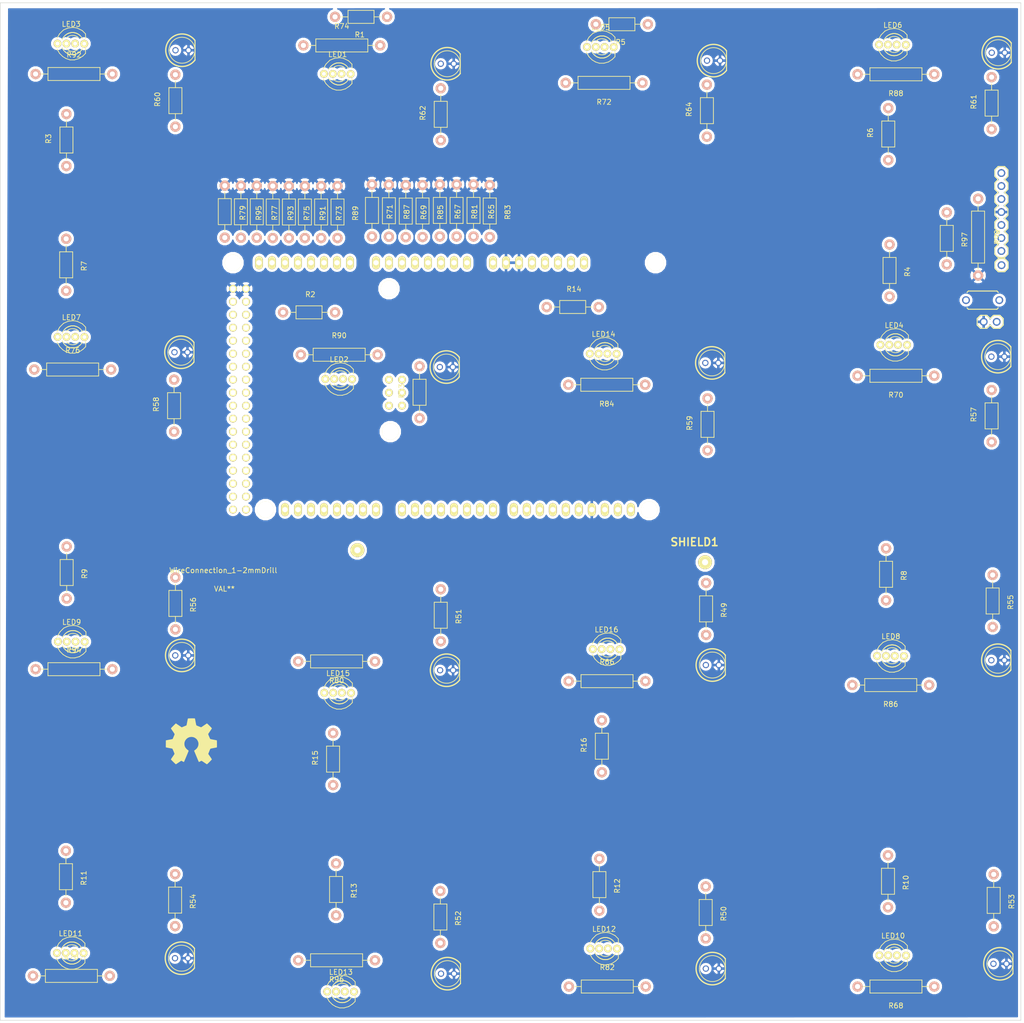
<source format=kicad_pcb>
(kicad_pcb (version 4) (host pcbnew 0.201501251816+5388~20~ubuntu14.04.1-product)
  (layers (0 F.Cu jumper) (31 B.Cu signal) (34 B.Paste user) (35 F.Paste user) (36 B.SilkS user) (37 F.SilkS user) (38 B.Mask user) (39 F.Mask user) (44 Edge.Cuts user))
  (net 0 "")
  (net 1 "Net-(BT1-Pad1)")
  (net 2 GND)
  (net 3 "Net-(JP1-Pad1)")
  (net 4 "Net-(JP2-Pad2)")
  (net 5 5V)
  (net 6 "Net-(JP2-Pad5)")
  (net 7 "Net-(JP2-Pad6)")
  (net 8 "Net-(JP2-Pad7)")
  (net 9 "Net-(R1-Pad1)")
  (net 10 "Net-(LED1-PadA)")
  (net 11 "Net-(R2-Pad1)")
  (net 12 "Net-(LED2-PadA)")
  (net 13 "Net-(R3-Pad1)")
  (net 14 "Net-(LED3-PadA)")
  (net 15 "Net-(R4-Pad1)")
  (net 16 "Net-(LED4-PadA)")
  (net 17 "Net-(R5-Pad1)")
  (net 18 "Net-(LED5-PadA)")
  (net 19 "Net-(R6-Pad1)")
  (net 20 "Net-(LED6-PadA)")
  (net 21 "Net-(R7-Pad1)")
  (net 22 "Net-(LED7-PadA)")
  (net 23 "Net-(R8-Pad1)")
  (net 24 "Net-(LED8-PadA)")
  (net 25 "Net-(R9-Pad1)")
  (net 26 "Net-(LED9-PadA)")
  (net 27 "Net-(R10-Pad1)")
  (net 28 "Net-(LED10-PadA)")
  (net 29 "Net-(R11-Pad1)")
  (net 30 "Net-(LED11-PadA)")
  (net 31 "Net-(R12-Pad1)")
  (net 32 "Net-(LED12-PadA)")
  (net 33 "Net-(R13-Pad1)")
  (net 34 "Net-(LED13-PadA)")
  (net 35 "Net-(R14-Pad1)")
  (net 36 "Net-(LED14-PadA)")
  (net 37 "Net-(R15-Pad1)")
  (net 38 "Net-(LED15-PadA)")
  (net 39 "Net-(R16-Pad1)")
  (net 40 "Net-(LED16-PadA)")
  (net 41 "Net-(R49-Pad1)")
  (net 42 "Net-(R50-Pad1)")
  (net 43 "Net-(R51-Pad1)")
  (net 44 "Net-(R52-Pad1)")
  (net 45 "Net-(R53-Pad1)")
  (net 46 "Net-(R54-Pad1)")
  (net 47 "Net-(R55-Pad1)")
  (net 48 "Net-(R56-Pad1)")
  (net 49 "Net-(R57-Pad1)")
  (net 50 "Net-(R58-Pad1)")
  (net 51 "Net-(R59-Pad1)")
  (net 52 "Net-(R60-Pad1)")
  (net 53 "Net-(R61-Pad1)")
  (net 54 "Net-(R62-Pad1)")
  (net 55 "Net-(R63-Pad1)")
  (net 56 "Net-(R64-Pad1)")
  (net 57 "Net-(R65-Pad2)")
  (net 58 "Net-(R67-Pad2)")
  (net 59 "Net-(R69-Pad2)")
  (net 60 "Net-(R71-Pad2)")
  (net 61 "Net-(R73-Pad2)")
  (net 62 "Net-(R75-Pad2)")
  (net 63 "Net-(R77-Pad2)")
  (net 64 "Net-(R79-Pad2)")
  (net 65 "Net-(R81-Pad2)")
  (net 66 "Net-(R83-Pad2)")
  (net 67 "Net-(R85-Pad2)")
  (net 68 "Net-(R87-Pad2)")
  (net 69 "Net-(R89-Pad2)")
  (net 70 "Net-(R91-Pad2)")
  (net 71 "Net-(R93-Pad2)")
  (net 72 "Net-(R95-Pad2)")
  (net 73 "Net-(R97-Pad2)")
  (net 74 "Net-(SHIELD1-Pad14)")
  (net 75 "Net-(SHIELD1-Pad15)")
  (net 76 "Net-(SHIELD1-Pad16)")
  (net 77 "Net-(SHIELD1-Pad17)")
  (net 78 "Net-(SHIELD1-PadV_IN)")
  (net 79 "Net-(SHIELD1-Pad3V3)")
  (net 80 "Net-(SHIELD1-PadRST)")
  (net 81 "Net-(SHIELD1-Pad0)")
  (net 82 "Net-(SHIELD1-Pad1)")
  (net 83 "Net-(SHIELD1-Pad2)")
  (net 84 "Net-(SHIELD1-Pad3)")
  (net 85 "Net-(SHIELD1-Pad4)")
  (net 86 "Net-(SHIELD1-Pad5)")
  (net 87 "Net-(SHIELD1-Pad6)")
  (net 88 "Net-(SHIELD1-Pad7)")
  (net 89 "Net-(SHIELD1-Pad8)")
  (net 90 "Net-(SHIELD1-Pad9)")
  (net 91 "Net-(SHIELD1-Pad12)")
  (net 92 "Net-(SHIELD1-Pad13)")
  (net 93 "Net-(SHIELD1-PadAREF)")
  (net 94 "Net-(SHIELD1-Pad5V_4)")
  (net 95 "Net-(SHIELD1-Pad5V_5)")
  (net 96 "Net-(SHIELD1-Pad50)")
  (net 97 "Net-(SHIELD1-Pad51)")
  (net 98 "Net-(SHIELD1-Pad52)")
  (net 99 "Net-(SHIELD1-Pad53)")
  (net 100 "Net-(SHIELD1-PadSP1)")
  (net 101 "Net-(SHIELD1-PadSP2)")
  (net 102 "Net-(SHIELD1-PadSP3)")
  (net 103 "Net-(SHIELD1-PadSP4)")
  (net 104 "Net-(SHIELD1-PadSP5)")
  (net 105 "Net-(SHIELD1-PadSP6)")
  (net 106 "Net-(SHIELD1-PadIO_R)")
  (net 107 "Net-(SHIELD1-PadNC)")
  (net 108 "Net-(SHIELD1-PadSDA)")
  (net 109 "Net-(SHIELD1-PadSCL)")
  (net 110 "Net-(D1-PadA)")
  (net 111 "Net-(D2-PadA)")
  (net 112 "Net-(D3-PadA)")
  (net 113 "Net-(D4-PadA)")
  (net 114 "Net-(D5-PadA)")
  (net 115 "Net-(D6-PadA)")
  (net 116 "Net-(D7-PadA)")
  (net 117 "Net-(D8-PadA)")
  (net 118 "Net-(D9-PadA)")
  (net 119 "Net-(D10-PadA)")
  (net 120 "Net-(D11-PadA)")
  (net 121 "Net-(D12-PadA)")
  (net 122 "Net-(D13-PadA)")
  (net 123 "Net-(D14-PadA)")
  (net 124 "Net-(D15-PadA)")
  (net 125 "Net-(D16-PadA)")
  (net 126 R)
  (net 127 G)
  (net 128 B)
  (module Resistors_ThroughHole:Resistor_Horizontal_RM10mm (layer F.Cu) (at 235.3564 93.218 270)
    (fp_text reference R50 (at 0.24892 -3.50012 270) (layer F.SilkS))
    (fp_text value 220 hide)
    (pad 1 thru_hole circle (at -5.08 0 270) (size 1.99898 1.99898) (drill 1.00076) (layers *.Cu *.SilkS *.Mask) (net 42 "Net-(R50-Pad1)"))
    (pad 2 thru_hole circle (at 5.08 0 270) (size 1.99898 1.99898) (drill 1.00076) (layers *.Cu *.SilkS *.Mask) (net 111 "Net-(D2-PadA)"))
  )
  (module Freetronics:1X02 (layer F.Cu) (at 292.2016 -22.225 180)
    (fp_text reference BT1)
    (fp_text value BATTERY hide)
    (pad 1 thru_hole oval (at 0 0 270) (size 1.524 1.524) (drill 1.016) (layers *.Cu *.Mask) (net 1 "Net-(BT1-Pad1)"))
    (pad 2 thru_hole oval (at 2.54 0 270) (size 1.524 1.524) (drill 1.016) (layers *.Cu *.Mask) (net 2 GND))
  )
  (module Freetronics:1X01 (layer F.Cu) (at 293.1414 -33.2994)
    (fp_text reference JP1)
    (fp_text value M01 hide)
    (pad 1 thru_hole oval (at 0 0 90) (size 1.524 1.524) (drill 1.016) (layers *.Cu *.Mask) (net 3 "Net-(JP1-Pad1)"))
  )
  (module Freetronics:1X07 (layer F.Cu) (at 293.116 -36.068 90)
    (fp_text reference JP2)
    (fp_text value M07 hide)
    (pad 1 thru_hole oval (at 0 0 180) (size 1.524 1.524) (drill 1.016) (layers *.Cu *.Mask) (net 3 "Net-(JP1-Pad1)"))
    (pad 2 thru_hole oval (at 2.54 0 180) (size 1.524 1.524) (drill 1.016) (layers *.Cu *.Mask) (net 4 "Net-(JP2-Pad2)"))
    (pad 3 thru_hole oval (at 5.08 0 180) (size 1.524 1.524) (drill 1.016) (layers *.Cu *.Mask) (net 5 5V))
    (pad 4 thru_hole oval (at 7.62 0 180) (size 1.524 1.524) (drill 1.016) (layers *.Cu *.Mask) (net 2 GND))
    (pad 5 thru_hole oval (at 10.16 0 180) (size 1.524 1.524) (drill 1.016) (layers *.Cu *.Mask) (net 6 "Net-(JP2-Pad5)"))
    (pad 6 thru_hole oval (at 12.7 0 180) (size 1.524 1.524) (drill 1.016) (layers *.Cu *.Mask) (net 7 "Net-(JP2-Pad6)"))
    (pad 7 thru_hole oval (at 15.24 0 180) (size 1.524 1.524) (drill 1.016) (layers *.Cu *.Mask) (net 8 "Net-(JP2-Pad7)"))
  )
  (module Resistors_ThroughHole:Resistor_Horizontal_RM15mm (layer F.Cu) (at 288.5694 -38.7858 270)
    (fp_text reference R98 (at 0 -3.74904 270) (layer F.SilkS))
    (fp_text value R hide)
    (pad 1 thru_hole circle (at -7.5 0 270) (size 1.99898 1.99898) (drill 1.00076) (layers *.Cu *.SilkS *.Mask) (net 6 "Net-(JP2-Pad5)"))
    (pad 2 thru_hole circle (at 7.5 0 270) (size 1.99898 1.99898) (drill 1.00076) (layers *.Cu *.SilkS *.Mask) (net 2 GND))
  )
  (module Freetronics:ARDUINO_MEGA_SHIELD (layer F.Cu) (at 239.522 -36.322 180)
    (fp_text reference SHIELD1 (at 6.35 -57.15 180) (layer F.SilkS) (effects (font (thickness 0.3048))))
    (fp_text value ARDUINO_MEGA_SHIELD hide)
    (pad 14 thru_hole oval (at 68.58 -50.8 270) (size 2.54 1.524) (drill 1.016) (layers *.Cu *.Mask F.SilkS) (net 74 "Net-(SHIELD1-Pad14)"))
    (pad 15 thru_hole oval (at 71.12 -50.8 270) (size 2.54 1.524) (drill 1.016) (layers *.Cu *.Mask F.SilkS) (net 75 "Net-(SHIELD1-Pad15)"))
    (pad 16 thru_hole oval (at 73.66 -50.8 270) (size 2.54 1.524) (drill 1.016) (layers *.Cu *.Mask F.SilkS) (net 76 "Net-(SHIELD1-Pad16)"))
    (pad 17 thru_hole oval (at 76.2 -50.8 270) (size 2.54 1.524) (drill 1.016) (layers *.Cu *.Mask F.SilkS) (net 77 "Net-(SHIELD1-Pad17)"))
    (pad 18 thru_hole oval (at 78.74 -50.8 270) (size 2.54 1.524) (drill 1.016) (layers *.Cu *.Mask F.SilkS) (net 41 "Net-(R49-Pad1)"))
    (pad 19 thru_hole oval (at 81.28 -50.8 270) (size 2.54 1.524) (drill 1.016) (layers *.Cu *.Mask F.SilkS) (net 42 "Net-(R50-Pad1)"))
    (pad 20 thru_hole oval (at 83.82 -50.8 270) (size 2.54 1.524) (drill 1.016) (layers *.Cu *.Mask F.SilkS) (net 43 "Net-(R51-Pad1)"))
    (pad 21 thru_hole oval (at 86.36 -50.8 270) (size 2.54 1.524) (drill 1.016) (layers *.Cu *.Mask F.SilkS) (net 44 "Net-(R52-Pad1)"))
    (pad AD15 thru_hole oval (at 91.44 -2.54 270) (size 2.54 1.524) (drill 1.016) (layers *.Cu *.Mask F.SilkS) (net 64 "Net-(R79-Pad2)"))
    (pad AD14 thru_hole oval (at 88.9 -2.54 270) (size 2.54 1.524) (drill 1.016) (layers *.Cu *.Mask F.SilkS) (net 72 "Net-(R95-Pad2)"))
    (pad AD13 thru_hole oval (at 86.36 -2.54 270) (size 2.54 1.524) (drill 1.016) (layers *.Cu *.Mask F.SilkS) (net 63 "Net-(R77-Pad2)"))
    (pad AD12 thru_hole oval (at 83.82 -2.54 270) (size 2.54 1.524) (drill 1.016) (layers *.Cu *.Mask F.SilkS) (net 71 "Net-(R93-Pad2)"))
    (pad AD8 thru_hole oval (at 73.66 -2.54 270) (size 2.54 1.524) (drill 1.016) (layers *.Cu *.Mask F.SilkS) (net 69 "Net-(R89-Pad2)"))
    (pad AD7 thru_hole oval (at 68.58 -2.54 270) (size 2.54 1.524) (drill 1.016) (layers *.Cu *.Mask F.SilkS) (net 60 "Net-(R71-Pad2)"))
    (pad AD6 thru_hole oval (at 66.04 -2.54 270) (size 2.54 1.524) (drill 1.016) (layers *.Cu *.Mask F.SilkS) (net 68 "Net-(R87-Pad2)"))
    (pad AD9 thru_hole oval (at 76.2 -2.54 270) (size 2.54 1.524) (drill 1.016) (layers *.Cu *.Mask F.SilkS) (net 61 "Net-(R73-Pad2)"))
    (pad AD10 thru_hole oval (at 78.74 -2.54 270) (size 2.54 1.524) (drill 1.016) (layers *.Cu *.Mask F.SilkS) (net 70 "Net-(R91-Pad2)"))
    (pad AD11 thru_hole oval (at 81.28 -2.54 270) (size 2.54 1.524) (drill 1.016) (layers *.Cu *.Mask F.SilkS) (net 62 "Net-(R75-Pad2)"))
    (pad AD5 thru_hole oval (at 63.5 -2.54 270) (size 2.54 1.524) (drill 1.016) (layers *.Cu *.Mask F.SilkS) (net 59 "Net-(R69-Pad2)"))
    (pad AD4 thru_hole oval (at 60.96 -2.54 270) (size 2.54 1.524) (drill 1.016) (layers *.Cu *.Mask F.SilkS) (net 67 "Net-(R85-Pad2)"))
    (pad AD3 thru_hole oval (at 58.42 -2.54 270) (size 2.54 1.524) (drill 1.016) (layers *.Cu *.Mask F.SilkS) (net 58 "Net-(R67-Pad2)"))
    (pad AD0 thru_hole oval (at 50.8 -2.54 270) (size 2.54 1.524) (drill 1.016) (layers *.Cu *.Mask F.SilkS) (net 66 "Net-(R83-Pad2)"))
    (pad AD1 thru_hole oval (at 53.34 -2.54 270) (size 2.54 1.524) (drill 1.016) (layers *.Cu *.Mask F.SilkS) (net 57 "Net-(R65-Pad2)"))
    (pad AD2 thru_hole oval (at 55.88 -2.54 270) (size 2.54 1.524) (drill 1.016) (layers *.Cu *.Mask F.SilkS) (net 65 "Net-(R81-Pad2)"))
    (pad V_IN thru_hole oval (at 45.72 -2.54 270) (size 2.54 1.524) (drill 1.016) (layers *.Cu *.Mask F.SilkS) (net 78 "Net-(SHIELD1-PadV_IN)"))
    (pad GND2 thru_hole oval (at 43.18 -2.54 270) (size 2.54 1.524) (drill 1.016) (layers *.Cu *.Mask F.SilkS) (net 2 GND))
    (pad GND1 thru_hole oval (at 40.64 -2.54 270) (size 2.54 1.524) (drill 1.016) (layers *.Cu *.Mask F.SilkS) (net 2 GND))
    (pad 3V3 thru_hole oval (at 35.56 -2.54 270) (size 2.54 1.524) (drill 1.016) (layers *.Cu *.Mask F.SilkS) (net 79 "Net-(SHIELD1-Pad3V3)"))
    (pad RST thru_hole oval (at 33.02 -2.54 270) (size 2.54 1.524) (drill 1.016) (layers *.Cu *.Mask F.SilkS) (net 80 "Net-(SHIELD1-PadRST)"))
    (pad 0 thru_hole oval (at 63.5 -50.8 270) (size 2.54 1.524) (drill 1.016) (layers *.Cu *.Mask F.SilkS) (net 81 "Net-(SHIELD1-Pad0)"))
    (pad 1 thru_hole oval (at 60.96 -50.8 270) (size 2.54 1.524) (drill 1.016) (layers *.Cu *.Mask F.SilkS) (net 82 "Net-(SHIELD1-Pad1)"))
    (pad 2 thru_hole oval (at 58.42 -50.8 270) (size 2.54 1.524) (drill 1.016) (layers *.Cu *.Mask F.SilkS) (net 83 "Net-(SHIELD1-Pad2)"))
    (pad 3 thru_hole oval (at 55.88 -50.8 270) (size 2.54 1.524) (drill 1.016) (layers *.Cu *.Mask F.SilkS) (net 84 "Net-(SHIELD1-Pad3)"))
    (pad 4 thru_hole oval (at 53.34 -50.8 270) (size 2.54 1.524) (drill 1.016) (layers *.Cu *.Mask F.SilkS) (net 85 "Net-(SHIELD1-Pad4)"))
    (pad 5 thru_hole oval (at 50.8 -50.8 270) (size 2.54 1.524) (drill 1.016) (layers *.Cu *.Mask F.SilkS) (net 86 "Net-(SHIELD1-Pad5)"))
    (pad 6 thru_hole oval (at 48.26 -50.8 270) (size 2.54 1.524) (drill 1.016) (layers *.Cu *.Mask F.SilkS) (net 87 "Net-(SHIELD1-Pad6)"))
    (pad 7 thru_hole oval (at 45.72 -50.8 270) (size 2.54 1.524) (drill 1.016) (layers *.Cu *.Mask F.SilkS) (net 88 "Net-(SHIELD1-Pad7)"))
    (pad 8 thru_hole oval (at 41.656 -50.8 270) (size 2.54 1.524) (drill 1.016) (layers *.Cu *.Mask F.SilkS) (net 89 "Net-(SHIELD1-Pad8)"))
    (pad 9 thru_hole oval (at 39.116 -50.8 270) (size 2.54 1.524) (drill 1.016) (layers *.Cu *.Mask F.SilkS) (net 90 "Net-(SHIELD1-Pad9)"))
    (pad 10 thru_hole oval (at 36.576 -50.8 270) (size 2.54 1.524) (drill 1.016) (layers *.Cu *.Mask F.SilkS) (net 7 "Net-(JP2-Pad6)"))
    (pad 11 thru_hole oval (at 34.036 -50.8 270) (size 2.54 1.524) (drill 1.016) (layers *.Cu *.Mask F.SilkS) (net 73 "Net-(R97-Pad2)"))
    (pad 12 thru_hole oval (at 31.496 -50.8 270) (size 2.54 1.524) (drill 1.016) (layers *.Cu *.Mask F.SilkS) (net 91 "Net-(SHIELD1-Pad12)"))
    (pad 13 thru_hole oval (at 28.956 -50.8 270) (size 2.54 1.524) (drill 1.016) (layers *.Cu *.Mask F.SilkS) (net 92 "Net-(SHIELD1-Pad13)"))
    (pad GND3 thru_hole oval (at 26.416 -50.8 270) (size 2.54 1.524) (drill 1.016) (layers *.Cu *.Mask F.SilkS) (net 2 GND))
    (pad AREF thru_hole oval (at 23.876 -50.8 270) (size 2.54 1.524) (drill 1.016) (layers *.Cu *.Mask F.SilkS) (net 93 "Net-(SHIELD1-PadAREF)"))
    (pad 5V thru_hole oval (at 38.1 -2.54 270) (size 2.54 1.524) (drill 1.016) (layers *.Cu *.Mask F.SilkS) (net 5 5V))
    (pad "" np_thru_hole circle (at 96.52 -2.54 270) (size 3.175 3.175) (drill 3.175) (layers *.Cu *.Mask F.SilkS))
    (pad "" np_thru_hole circle (at 90.17 -50.8 270) (size 3.175 3.175) (drill 3.175) (layers *.Cu *.Mask F.SilkS))
    (pad "" np_thru_hole circle (at 15.24 -50.8 270) (size 3.175 3.175) (drill 3.175) (layers *.Cu *.Mask F.SilkS))
    (pad "" np_thru_hole circle (at 13.97 -2.54 270) (size 3.175 3.175) (drill 3.175) (layers *.Cu *.Mask F.SilkS))
    (pad 22 thru_hole circle (at 93.98 -48.26 180) (size 1.524 1.524) (drill 1.016) (layers *.Cu *.Mask F.SilkS) (net 45 "Net-(R53-Pad1)"))
    (pad 23 thru_hole circle (at 96.52 -48.26 180) (size 1.524 1.524) (drill 1.016) (layers *.Cu *.Mask F.SilkS) (net 46 "Net-(R54-Pad1)"))
    (pad 24 thru_hole circle (at 93.98 -45.72 180) (size 1.524 1.524) (drill 1.016) (layers *.Cu *.Mask F.SilkS) (net 47 "Net-(R55-Pad1)"))
    (pad 25 thru_hole circle (at 96.52 -45.72 180) (size 1.524 1.524) (drill 1.016) (layers *.Cu *.Mask F.SilkS) (net 48 "Net-(R56-Pad1)"))
    (pad 26 thru_hole circle (at 93.98 -43.18 180) (size 1.524 1.524) (drill 1.016) (layers *.Cu *.Mask F.SilkS) (net 49 "Net-(R57-Pad1)"))
    (pad 27 thru_hole circle (at 96.52 -43.18 180) (size 1.524 1.524) (drill 1.016) (layers *.Cu *.Mask F.SilkS) (net 50 "Net-(R58-Pad1)"))
    (pad 28 thru_hole circle (at 93.98 -40.64 180) (size 1.524 1.524) (drill 1.016) (layers *.Cu *.Mask F.SilkS) (net 51 "Net-(R59-Pad1)"))
    (pad 29 thru_hole circle (at 96.52 -40.64 180) (size 1.524 1.524) (drill 1.016) (layers *.Cu *.Mask F.SilkS) (net 52 "Net-(R60-Pad1)"))
    (pad 5V_4 thru_hole circle (at 93.98 -50.8 180) (size 1.524 1.524) (drill 1.016) (layers *.Cu *.Mask F.SilkS) (net 94 "Net-(SHIELD1-Pad5V_4)"))
    (pad 5V_5 thru_hole circle (at 96.52 -50.8 180) (size 1.524 1.524) (drill 1.016) (layers *.Cu *.Mask F.SilkS) (net 95 "Net-(SHIELD1-Pad5V_5)"))
    (pad 31 thru_hole circle (at 96.52 -38.1 180) (size 1.524 1.524) (drill 1.016) (layers *.Cu *.Mask F.SilkS) (net 54 "Net-(R62-Pad1)"))
    (pad 30 thru_hole circle (at 93.98 -38.1 180) (size 1.524 1.524) (drill 1.016) (layers *.Cu *.Mask F.SilkS) (net 53 "Net-(R61-Pad1)"))
    (pad 32 thru_hole circle (at 93.98 -35.56 180) (size 1.524 1.524) (drill 1.016) (layers *.Cu *.Mask F.SilkS) (net 55 "Net-(R63-Pad1)"))
    (pad 33 thru_hole circle (at 96.52 -35.56 180) (size 1.524 1.524) (drill 1.016) (layers *.Cu *.Mask F.SilkS) (net 56 "Net-(R64-Pad1)"))
    (pad 34 thru_hole circle (at 93.98 -33.02 180) (size 1.524 1.524) (drill 1.016) (layers *.Cu *.Mask F.SilkS) (net 39 "Net-(R16-Pad1)"))
    (pad 35 thru_hole circle (at 96.52 -33.02 180) (size 1.524 1.524) (drill 1.016) (layers *.Cu *.Mask F.SilkS) (net 37 "Net-(R15-Pad1)"))
    (pad 36 thru_hole circle (at 93.98 -30.48 180) (size 1.524 1.524) (drill 1.016) (layers *.Cu *.Mask F.SilkS) (net 35 "Net-(R14-Pad1)"))
    (pad 37 thru_hole circle (at 96.52 -30.48 180) (size 1.524 1.524) (drill 1.016) (layers *.Cu *.Mask F.SilkS) (net 33 "Net-(R13-Pad1)"))
    (pad 38 thru_hole circle (at 93.98 -27.94 180) (size 1.524 1.524) (drill 1.016) (layers *.Cu *.Mask F.SilkS) (net 31 "Net-(R12-Pad1)"))
    (pad 39 thru_hole circle (at 96.52 -27.94 180) (size 1.524 1.524) (drill 1.016) (layers *.Cu *.Mask F.SilkS) (net 29 "Net-(R11-Pad1)"))
    (pad 40 thru_hole circle (at 93.98 -25.4 180) (size 1.524 1.524) (drill 1.016) (layers *.Cu *.Mask F.SilkS) (net 27 "Net-(R10-Pad1)"))
    (pad 41 thru_hole circle (at 96.52 -25.4 180) (size 1.524 1.524) (drill 1.016) (layers *.Cu *.Mask F.SilkS) (net 25 "Net-(R9-Pad1)"))
    (pad 42 thru_hole circle (at 93.98 -22.86 180) (size 1.524 1.524) (drill 1.016) (layers *.Cu *.Mask F.SilkS) (net 23 "Net-(R8-Pad1)"))
    (pad 43 thru_hole circle (at 96.52 -22.86 180) (size 1.524 1.524) (drill 1.016) (layers *.Cu *.Mask F.SilkS) (net 21 "Net-(R7-Pad1)"))
    (pad 44 thru_hole circle (at 93.98 -20.32 180) (size 1.524 1.524) (drill 1.016) (layers *.Cu *.Mask F.SilkS) (net 19 "Net-(R6-Pad1)"))
    (pad 45 thru_hole circle (at 96.52 -20.32 180) (size 1.524 1.524) (drill 1.016) (layers *.Cu *.Mask F.SilkS) (net 17 "Net-(R5-Pad1)"))
    (pad 46 thru_hole circle (at 93.98 -17.78 180) (size 1.524 1.524) (drill 1.016) (layers *.Cu *.Mask F.SilkS) (net 15 "Net-(R4-Pad1)"))
    (pad 47 thru_hole circle (at 96.52 -17.78 180) (size 1.524 1.524) (drill 1.016) (layers *.Cu *.Mask F.SilkS) (net 13 "Net-(R3-Pad1)"))
    (pad 48 thru_hole circle (at 93.98 -15.24 180) (size 1.524 1.524) (drill 1.016) (layers *.Cu *.Mask F.SilkS) (net 11 "Net-(R2-Pad1)"))
    (pad 49 thru_hole circle (at 96.52 -15.24 180) (size 1.524 1.524) (drill 1.016) (layers *.Cu *.Mask F.SilkS) (net 9 "Net-(R1-Pad1)"))
    (pad 50 thru_hole circle (at 93.98 -12.7 180) (size 1.524 1.524) (drill 1.016) (layers *.Cu *.Mask F.SilkS) (net 96 "Net-(SHIELD1-Pad50)"))
    (pad 51 thru_hole circle (at 96.52 -12.7 180) (size 1.524 1.524) (drill 1.016) (layers *.Cu *.Mask F.SilkS) (net 97 "Net-(SHIELD1-Pad51)"))
    (pad 52 thru_hole circle (at 93.98 -10.16 180) (size 1.524 1.524) (drill 1.016) (layers *.Cu *.Mask F.SilkS) (net 98 "Net-(SHIELD1-Pad52)"))
    (pad 53 thru_hole circle (at 96.52 -10.16 180) (size 1.524 1.524) (drill 1.016) (layers *.Cu *.Mask F.SilkS) (net 99 "Net-(SHIELD1-Pad53)"))
    (pad GND4 thru_hole circle (at 93.98 -7.62 180) (size 1.524 1.524) (drill 1.016) (layers *.Cu *.Mask F.SilkS) (net 2 GND))
    (pad GND5 thru_hole circle (at 96.52 -7.62 180) (size 1.524 1.524) (drill 1.016) (layers *.Cu *.Mask F.SilkS) (net 2 GND))
    (pad SP1 thru_hole circle (at 63.5 -30.48 180) (size 1.524 1.524) (drill 0.8128) (layers *.Cu *.Mask F.SilkS) (net 100 "Net-(SHIELD1-PadSP1)"))
    (pad SP2 thru_hole circle (at 66.04 -30.48 180) (size 1.524 1.524) (drill 0.8128) (layers *.Cu *.Mask F.SilkS) (net 101 "Net-(SHIELD1-PadSP2)"))
    (pad SP3 thru_hole circle (at 63.5 -27.94 180) (size 1.524 1.524) (drill 0.8128) (layers *.Cu *.Mask F.SilkS) (net 102 "Net-(SHIELD1-PadSP3)"))
    (pad SP4 thru_hole circle (at 66.04 -27.94 180) (size 1.524 1.524) (drill 0.8128) (layers *.Cu *.Mask F.SilkS) (net 103 "Net-(SHIELD1-PadSP4)"))
    (pad SP5 thru_hole circle (at 63.5 -25.4 180) (size 1.524 1.524) (drill 0.8128) (layers *.Cu *.Mask F.SilkS) (net 104 "Net-(SHIELD1-PadSP5)"))
    (pad SP6 thru_hole circle (at 66.04 -25.4 180) (size 1.524 1.524) (drill 0.8128) (layers *.Cu *.Mask F.SilkS) (net 105 "Net-(SHIELD1-PadSP6)"))
    (pad "" np_thru_hole circle (at 65.786 -35.56 180) (size 3.175 3.175) (drill 3.175) (layers *.Cu *.Mask F.SilkS))
    (pad "" np_thru_hole circle (at 66.04 -7.62 180) (size 3.175 3.175) (drill 3.175) (layers *.Cu *.Mask F.SilkS))
    (pad IO_R thru_hole oval (at 30.48 -2.54 270) (size 2.54 1.524) (drill 1.016) (layers *.Cu *.Mask F.SilkS) (net 106 "Net-(SHIELD1-PadIO_R)"))
    (pad NC thru_hole oval (at 27.94 -2.54 270) (size 2.54 1.524) (drill 1.016) (layers *.Cu *.Mask F.SilkS) (net 107 "Net-(SHIELD1-PadNC)"))
    (pad SDA thru_hole oval (at 21.336 -50.8 270) (size 2.54 1.524) (drill 1.016) (layers *.Cu *.Mask F.SilkS) (net 108 "Net-(SHIELD1-PadSDA)"))
    (pad SCL thru_hole oval (at 18.796 -50.8 270) (size 2.54 1.524) (drill 1.016) (layers *.Cu *.Mask F.SilkS) (net 109 "Net-(SHIELD1-PadSCL)"))
  )
  (module Freetronics:LED-5MM (layer F.Cu) (at 236.6518 44.8564)
    (fp_text reference D1)
    (fp_text value LED hide)
    (pad A thru_hole oval (at -1.27 0) (size 1.2192 1.2192) (drill 0.8128) (layers *.Cu *.Mask) (net 110 "Net-(D1-PadA)"))
    (pad K thru_hole oval (at 1.27 0) (size 1.2192 1.2192) (drill 0.8128) (layers *.Cu *.Mask) (net 2 GND))
  )
  (module Freetronics:LED-5MM (layer F.Cu) (at 236.6518 104.1908)
    (fp_text reference D2)
    (fp_text value LED hide)
    (pad A thru_hole oval (at -1.27 0) (size 1.2192 1.2192) (drill 0.8128) (layers *.Cu *.Mask) (net 111 "Net-(D2-PadA)"))
    (pad K thru_hole oval (at 1.27 0) (size 1.2192 1.2192) (drill 0.8128) (layers *.Cu *.Mask) (net 2 GND))
  )
  (module Freetronics:LED-5MM (layer F.Cu) (at 184.7342 45.8724)
    (fp_text reference D3)
    (fp_text value LED hide)
    (pad A thru_hole oval (at -1.27 0) (size 1.2192 1.2192) (drill 0.8128) (layers *.Cu *.Mask) (net 112 "Net-(D3-PadA)"))
    (pad K thru_hole oval (at 1.27 0) (size 1.2192 1.2192) (drill 0.8128) (layers *.Cu *.Mask) (net 2 GND))
  )
  (module Freetronics:LED-5MM (layer F.Cu) (at 184.912 105.1814)
    (fp_text reference D4)
    (fp_text value LED hide)
    (pad A thru_hole oval (at -1.27 0) (size 1.2192 1.2192) (drill 0.8128) (layers *.Cu *.Mask) (net 113 "Net-(D4-PadA)"))
    (pad K thru_hole oval (at 1.27 0) (size 1.2192 1.2192) (drill 0.8128) (layers *.Cu *.Mask) (net 2 GND))
  )
  (module Freetronics:LED-5MM (layer F.Cu) (at 292.8366 103.251)
    (fp_text reference D5)
    (fp_text value LED hide)
    (pad A thru_hole oval (at -1.27 0) (size 1.2192 1.2192) (drill 0.8128) (layers *.Cu *.Mask) (net 114 "Net-(D5-PadA)"))
    (pad K thru_hole oval (at 1.27 0) (size 1.2192 1.2192) (drill 0.8128) (layers *.Cu *.Mask) (net 2 GND))
  )
  (module Freetronics:LED-5MM (layer F.Cu) (at 132.9436 102.1588)
    (fp_text reference D6)
    (fp_text value LED hide)
    (pad A thru_hole oval (at -1.27 0) (size 1.2192 1.2192) (drill 0.8128) (layers *.Cu *.Mask) (net 115 "Net-(D6-PadA)"))
    (pad K thru_hole oval (at 1.27 0) (size 1.2192 1.2192) (drill 0.8128) (layers *.Cu *.Mask) (net 2 GND))
  )
  (module Freetronics:LED-5MM (layer F.Cu) (at 292.4302 43.9166)
    (fp_text reference D7)
    (fp_text value LED hide)
    (pad A thru_hole oval (at -1.27 0) (size 1.2192 1.2192) (drill 0.8128) (layers *.Cu *.Mask) (net 116 "Net-(D7-PadA)"))
    (pad K thru_hole oval (at 1.27 0) (size 1.2192 1.2192) (drill 0.8128) (layers *.Cu *.Mask) (net 2 GND))
  )
  (module Freetronics:LED-5MM (layer F.Cu) (at 132.9944 42.9768)
    (fp_text reference D8)
    (fp_text value LED hide)
    (pad A thru_hole oval (at -1.27 0) (size 1.2192 1.2192) (drill 0.8128) (layers *.Cu *.Mask) (net 117 "Net-(D8-PadA)"))
    (pad K thru_hole oval (at 1.27 0) (size 1.2192 1.2192) (drill 0.8128) (layers *.Cu *.Mask) (net 2 GND))
  )
  (module Freetronics:LED-5MM (layer F.Cu) (at 292.4302 -15.4178)
    (fp_text reference D9)
    (fp_text value LED hide)
    (pad A thru_hole oval (at -1.27 0) (size 1.2192 1.2192) (drill 0.8128) (layers *.Cu *.Mask) (net 118 "Net-(D9-PadA)"))
    (pad K thru_hole oval (at 1.27 0) (size 1.2192 1.2192) (drill 0.8128) (layers *.Cu *.Mask) (net 2 GND))
  )
  (module Freetronics:LED-5MM (layer F.Cu) (at 132.842 -16.2814)
    (fp_text reference D10)
    (fp_text value LED hide)
    (pad A thru_hole oval (at -1.27 0) (size 1.2192 1.2192) (drill 0.8128) (layers *.Cu *.Mask) (net 119 "Net-(D10-PadA)"))
    (pad K thru_hole oval (at 1.27 0) (size 1.2192 1.2192) (drill 0.8128) (layers *.Cu *.Mask) (net 2 GND))
  )
  (module Freetronics:LED-5MM (layer F.Cu) (at 236.5502 -14.1986)
    (fp_text reference D11)
    (fp_text value LED hide)
    (pad A thru_hole oval (at -1.27 0) (size 1.2192 1.2192) (drill 0.8128) (layers *.Cu *.Mask) (net 120 "Net-(D11-PadA)"))
    (pad K thru_hole oval (at 1.27 0) (size 1.2192 1.2192) (drill 0.8128) (layers *.Cu *.Mask) (net 2 GND))
  )
  (module Freetronics:LED-5MM (layer F.Cu) (at 133.0452 -75.311)
    (fp_text reference D12)
    (fp_text value LED hide)
    (pad A thru_hole oval (at -1.27 0) (size 1.2192 1.2192) (drill 0.8128) (layers *.Cu *.Mask) (net 121 "Net-(D12-PadA)"))
    (pad K thru_hole oval (at 1.27 0) (size 1.2192 1.2192) (drill 0.8128) (layers *.Cu *.Mask) (net 2 GND))
  )
  (module Freetronics:LED-5MM (layer F.Cu) (at 292.5064 -74.8284)
    (fp_text reference D13)
    (fp_text value LED hide)
    (pad A thru_hole oval (at -1.27 0) (size 1.2192 1.2192) (drill 0.8128) (layers *.Cu *.Mask) (net 122 "Net-(D13-PadA)"))
    (pad K thru_hole oval (at 1.27 0) (size 1.2192 1.2192) (drill 0.8128) (layers *.Cu *.Mask) (net 2 GND))
  )
  (module Freetronics:LED-5MM (layer F.Cu) (at 184.8612 -72.6694)
    (fp_text reference D14)
    (fp_text value LED hide)
    (pad A thru_hole oval (at -1.27 0) (size 1.2192 1.2192) (drill 0.8128) (layers *.Cu *.Mask) (net 123 "Net-(D14-PadA)"))
    (pad K thru_hole oval (at 1.27 0) (size 1.2192 1.2192) (drill 0.8128) (layers *.Cu *.Mask) (net 2 GND))
  )
  (module Freetronics:LED-5MM (layer F.Cu) (at 184.6834 -13.3858)
    (fp_text reference D15)
    (fp_text value LED hide)
    (pad A thru_hole oval (at -1.27 0) (size 1.2192 1.2192) (drill 0.8128) (layers *.Cu *.Mask) (net 124 "Net-(D15-PadA)"))
    (pad K thru_hole oval (at 1.27 0) (size 1.2192 1.2192) (drill 0.8128) (layers *.Cu *.Mask) (net 2 GND))
  )
  (module Freetronics:LED-5MM (layer F.Cu) (at 236.8804 -73.279)
    (fp_text reference D16)
    (fp_text value LED hide)
    (pad A thru_hole oval (at -1.27 0) (size 1.2192 1.2192) (drill 0.8128) (layers *.Cu *.Mask) (net 125 "Net-(D16-PadA)"))
    (pad K thru_hole oval (at 1.27 0) (size 1.2192 1.2192) (drill 0.8128) (layers *.Cu *.Mask) (net 2 GND))
  )
  (module Resistors_ThroughHole:Resistor_Horizontal_RM15mm (layer F.Cu) (at 216.0778 48.006)
    (fp_text reference R66 (at 0 -3.74904) (layer F.SilkS))
    (fp_text value RES_PHOTO_LDR hide)
    (pad 1 thru_hole circle (at -7.5 0) (size 1.99898 1.99898) (drill 1.00076) (layers *.Cu *.SilkS *.Mask) (net 5 5V))
    (pad 2 thru_hole circle (at 7.5 0) (size 1.99898 1.99898) (drill 1.00076) (layers *.Cu *.SilkS *.Mask) (net 57 "Net-(R65-Pad2)"))
  )
  (module Resistors_ThroughHole:Resistor_Horizontal_RM15mm (layer F.Cu) (at 272.5166 107.696 180)
    (fp_text reference R68 (at 0 -3.74904 180) (layer F.SilkS))
    (fp_text value RES_PHOTO_LDR hide)
    (pad 1 thru_hole circle (at -7.5 0 180) (size 1.99898 1.99898) (drill 1.00076) (layers *.Cu *.SilkS *.Mask) (net 5 5V))
    (pad 2 thru_hole circle (at 7.5 0 180) (size 1.99898 1.99898) (drill 1.00076) (layers *.Cu *.SilkS *.Mask) (net 58 "Net-(R67-Pad2)"))
  )
  (module Resistors_ThroughHole:Resistor_Horizontal_RM15mm (layer F.Cu) (at 272.5166 -11.684 180)
    (fp_text reference R70 (at 0 -3.74904 180) (layer F.SilkS))
    (fp_text value RES_PHOTO_LDR hide)
    (pad 1 thru_hole circle (at -7.5 0 180) (size 1.99898 1.99898) (drill 1.00076) (layers *.Cu *.SilkS *.Mask) (net 5 5V))
    (pad 2 thru_hole circle (at 7.5 0 180) (size 1.99898 1.99898) (drill 1.00076) (layers *.Cu *.SilkS *.Mask) (net 59 "Net-(R69-Pad2)"))
  )
  (module Resistors_ThroughHole:Resistor_Horizontal_RM15mm (layer F.Cu) (at 215.4936 -68.9356 180)
    (fp_text reference R72 (at 0 -3.74904 180) (layer F.SilkS))
    (fp_text value RES_PHOTO_LDR hide)
    (pad 1 thru_hole circle (at -7.5 0 180) (size 1.99898 1.99898) (drill 1.00076) (layers *.Cu *.SilkS *.Mask) (net 5 5V))
    (pad 2 thru_hole circle (at 7.5 0 180) (size 1.99898 1.99898) (drill 1.00076) (layers *.Cu *.SilkS *.Mask) (net 60 "Net-(R71-Pad2)"))
  )
  (module Resistors_ThroughHole:Resistor_Horizontal_RM15mm (layer F.Cu) (at 164.2618 -76.2508)
    (fp_text reference R74 (at 0 -3.74904) (layer F.SilkS))
    (fp_text value RES_PHOTO_LDR hide)
    (pad 1 thru_hole circle (at -7.5 0) (size 1.99898 1.99898) (drill 1.00076) (layers *.Cu *.SilkS *.Mask) (net 5 5V))
    (pad 2 thru_hole circle (at 7.5 0) (size 1.99898 1.99898) (drill 1.00076) (layers *.Cu *.SilkS *.Mask) (net 61 "Net-(R73-Pad2)"))
  )
  (module Resistors_ThroughHole:Resistor_Horizontal_RM15mm (layer F.Cu) (at 111.6838 -12.9032)
    (fp_text reference R76 (at 0 -3.74904) (layer F.SilkS))
    (fp_text value RES_PHOTO_LDR hide)
    (pad 1 thru_hole circle (at -7.5 0) (size 1.99898 1.99898) (drill 1.00076) (layers *.Cu *.SilkS *.Mask) (net 5 5V))
    (pad 2 thru_hole circle (at 7.5 0) (size 1.99898 1.99898) (drill 1.00076) (layers *.Cu *.SilkS *.Mask) (net 62 "Net-(R75-Pad2)"))
  )
  (module Resistors_ThroughHole:Resistor_Horizontal_RM15mm (layer F.Cu) (at 111.4298 105.6132)
    (fp_text reference R78 (at 0 -3.74904) (layer F.SilkS))
    (fp_text value RES_PHOTO_LDR hide)
    (pad 1 thru_hole circle (at -7.5 0) (size 1.99898 1.99898) (drill 1.00076) (layers *.Cu *.SilkS *.Mask) (net 5 5V))
    (pad 2 thru_hole circle (at 7.5 0) (size 1.99898 1.99898) (drill 1.00076) (layers *.Cu *.SilkS *.Mask) (net 63 "Net-(R77-Pad2)"))
  )
  (module Resistors_ThroughHole:Resistor_Horizontal_RM15mm (layer F.Cu) (at 163.2458 44.1452 180)
    (fp_text reference R80 (at 0 -3.74904 180) (layer F.SilkS))
    (fp_text value RES_PHOTO_LDR hide)
    (pad 1 thru_hole circle (at -7.5 0 180) (size 1.99898 1.99898) (drill 1.00076) (layers *.Cu *.SilkS *.Mask) (net 5 5V))
    (pad 2 thru_hole circle (at 7.5 0 180) (size 1.99898 1.99898) (drill 1.00076) (layers *.Cu *.SilkS *.Mask) (net 64 "Net-(R79-Pad2)"))
  )
  (module Resistors_ThroughHole:Resistor_Horizontal_RM15mm (layer F.Cu) (at 216.1286 107.696)
    (fp_text reference R82 (at 0 -3.74904) (layer F.SilkS))
    (fp_text value RES_PHOTO_LDR hide)
    (pad 1 thru_hole circle (at -7.5 0) (size 1.99898 1.99898) (drill 1.00076) (layers *.Cu *.SilkS *.Mask) (net 5 5V))
    (pad 2 thru_hole circle (at 7.5 0) (size 1.99898 1.99898) (drill 1.00076) (layers *.Cu *.SilkS *.Mask) (net 65 "Net-(R81-Pad2)"))
  )
  (module Resistors_ThroughHole:Resistor_Horizontal_RM15mm (layer F.Cu) (at 216.027 -9.9314 180)
    (fp_text reference R84 (at 0 -3.74904 180) (layer F.SilkS))
    (fp_text value RES_PHOTO_LDR hide)
    (pad 1 thru_hole circle (at -7.5 0 180) (size 1.99898 1.99898) (drill 1.00076) (layers *.Cu *.SilkS *.Mask) (net 5 5V))
    (pad 2 thru_hole circle (at 7.5 0 180) (size 1.99898 1.99898) (drill 1.00076) (layers *.Cu *.SilkS *.Mask) (net 66 "Net-(R83-Pad2)"))
  )
  (module Resistors_ThroughHole:Resistor_Horizontal_RM15mm (layer F.Cu) (at 271.5006 48.768 180)
    (fp_text reference R86 (at 0 -3.74904 180) (layer F.SilkS))
    (fp_text value RES_PHOTO_LDR hide)
    (pad 1 thru_hole circle (at -7.5 0 180) (size 1.99898 1.99898) (drill 1.00076) (layers *.Cu *.SilkS *.Mask) (net 5 5V))
    (pad 2 thru_hole circle (at 7.5 0 180) (size 1.99898 1.99898) (drill 1.00076) (layers *.Cu *.SilkS *.Mask) (net 67 "Net-(R85-Pad2)"))
  )
  (module Resistors_ThroughHole:Resistor_Horizontal_RM15mm (layer F.Cu) (at 272.5166 -70.612 180)
    (fp_text reference R88 (at 0 -3.74904 180) (layer F.SilkS))
    (fp_text value RES_PHOTO_LDR hide)
    (pad 1 thru_hole circle (at -7.5 0 180) (size 1.99898 1.99898) (drill 1.00076) (layers *.Cu *.SilkS *.Mask) (net 5 5V))
    (pad 2 thru_hole circle (at 7.5 0 180) (size 1.99898 1.99898) (drill 1.00076) (layers *.Cu *.SilkS *.Mask) (net 68 "Net-(R87-Pad2)"))
  )
  (module Resistors_ThroughHole:Resistor_Horizontal_RM15mm (layer F.Cu) (at 163.7538 -15.7988)
    (fp_text reference R90 (at 0 -3.74904) (layer F.SilkS))
    (fp_text value RES_PHOTO_LDR hide)
    (pad 1 thru_hole circle (at -7.5 0) (size 1.99898 1.99898) (drill 1.00076) (layers *.Cu *.SilkS *.Mask) (net 5 5V))
    (pad 2 thru_hole circle (at 7.5 0) (size 1.99898 1.99898) (drill 1.00076) (layers *.Cu *.SilkS *.Mask) (net 69 "Net-(R89-Pad2)"))
  )
  (module Resistors_ThroughHole:Resistor_Horizontal_RM15mm (layer F.Cu) (at 111.9378 -70.6628)
    (fp_text reference R92 (at 0 -3.74904) (layer F.SilkS))
    (fp_text value RES_PHOTO_LDR hide)
    (pad 1 thru_hole circle (at -7.5 0) (size 1.99898 1.99898) (drill 1.00076) (layers *.Cu *.SilkS *.Mask) (net 5 5V))
    (pad 2 thru_hole circle (at 7.5 0) (size 1.99898 1.99898) (drill 1.00076) (layers *.Cu *.SilkS *.Mask) (net 70 "Net-(R91-Pad2)"))
  )
  (module Resistors_ThroughHole:Resistor_Horizontal_RM15mm (layer F.Cu) (at 111.9378 45.6692)
    (fp_text reference R94 (at 0 -3.74904) (layer F.SilkS))
    (fp_text value RES_PHOTO_LDR hide)
    (pad 1 thru_hole circle (at -7.5 0) (size 1.99898 1.99898) (drill 1.00076) (layers *.Cu *.SilkS *.Mask) (net 5 5V))
    (pad 2 thru_hole circle (at 7.5 0) (size 1.99898 1.99898) (drill 1.00076) (layers *.Cu *.SilkS *.Mask) (net 71 "Net-(R93-Pad2)"))
  )
  (module Resistors_ThroughHole:Resistor_Horizontal_RM15mm (layer F.Cu) (at 163.2458 102.5652 180)
    (fp_text reference R96 (at 0 -3.74904 180) (layer F.SilkS))
    (fp_text value RES_PHOTO_LDR hide)
    (pad 1 thru_hole circle (at -7.5 0 180) (size 1.99898 1.99898) (drill 1.00076) (layers *.Cu *.SilkS *.Mask) (net 5 5V))
    (pad 2 thru_hole circle (at 7.5 0 180) (size 1.99898 1.99898) (drill 1.00076) (layers *.Cu *.SilkS *.Mask) (net 72 "Net-(R95-Pad2)"))
  )
  (module Freetronics:SW_PUSHBUTTON_TC0122 (layer F.Cu) (at 289.4584 -26.4668)
    (fp_text reference SW1)
    (fp_text value SW_SPST hide)
    (pad 1 thru_hole circle (at -3.2512 0) (size 1.524 1.524) (drill 1.016) (layers *.Cu *.Mask) (net 78 "Net-(SHIELD1-PadV_IN)"))
    (pad 2 thru_hole circle (at 3.2512 0) (size 1.524 1.524) (drill 1.016) (layers *.Cu *.Mask) (net 1 "Net-(BT1-Pad1)"))
  )
  (module finn_kicad:LED-RGB-comA-5MM (layer F.Cu) (at 163.449 -70.6882)
    (fp_text reference LED1 (at 0 -3.81) (layer F.SilkS))
    (fp_text value LED_RGB_COM_A hide)
    (pad KR thru_hole circle (at -2.68224 -0.00508) (size 1.524 1.524) (drill 0.762) (layers *.Cu *.Mask F.SilkS) (net 126 R))
    (pad A thru_hole circle (at -0.94996 -0.00508) (size 1.524 1.524) (drill 0.762) (layers *.Cu *.Mask F.SilkS) (net 10 "Net-(LED1-PadA)"))
    (pad KG thru_hole circle (at 0.75438 -0.00508) (size 1.524 1.524) (drill 0.762) (layers *.Cu *.Mask F.SilkS) (net 127 G))
    (pad KB thru_hole circle (at 2.54254 0.02286) (size 1.524 1.524) (drill 0.762) (layers *.Cu *.Mask F.SilkS) (net 128 B))
  )
  (module finn_kicad:LED-RGB-comA-5MM (layer F.Cu) (at 163.7284 -11.049)
    (fp_text reference LED2 (at 0 -3.81) (layer F.SilkS))
    (fp_text value LED_RGB_COM_A hide)
    (pad KR thru_hole circle (at -2.68224 -0.00508) (size 1.524 1.524) (drill 0.762) (layers *.Cu *.Mask F.SilkS) (net 126 R))
    (pad A thru_hole circle (at -0.94996 -0.00508) (size 1.524 1.524) (drill 0.762) (layers *.Cu *.Mask F.SilkS) (net 12 "Net-(LED2-PadA)"))
    (pad KG thru_hole circle (at 0.75438 -0.00508) (size 1.524 1.524) (drill 0.762) (layers *.Cu *.Mask F.SilkS) (net 127 G))
    (pad KB thru_hole circle (at 2.54254 0.02286) (size 1.524 1.524) (drill 0.762) (layers *.Cu *.Mask F.SilkS) (net 128 B))
  )
  (module finn_kicad:LED-RGB-comA-5MM (layer F.Cu) (at 111.4044 -76.6064)
    (fp_text reference LED3 (at 0 -3.81) (layer F.SilkS))
    (fp_text value LED_RGB_COM_A hide)
    (pad KR thru_hole circle (at -2.68224 -0.00508) (size 1.524 1.524) (drill 0.762) (layers *.Cu *.Mask F.SilkS) (net 126 R))
    (pad A thru_hole circle (at -0.94996 -0.00508) (size 1.524 1.524) (drill 0.762) (layers *.Cu *.Mask F.SilkS) (net 14 "Net-(LED3-PadA)"))
    (pad KG thru_hole circle (at 0.75438 -0.00508) (size 1.524 1.524) (drill 0.762) (layers *.Cu *.Mask F.SilkS) (net 127 G))
    (pad KB thru_hole circle (at 2.54254 0.02286) (size 1.524 1.524) (drill 0.762) (layers *.Cu *.Mask F.SilkS) (net 128 B))
  )
  (module finn_kicad:LED-RGB-comA-5MM (layer F.Cu) (at 272.161 -17.7292)
    (fp_text reference LED4 (at 0 -3.81) (layer F.SilkS))
    (fp_text value LED_RGB_COM_A hide)
    (pad KR thru_hole circle (at -2.68224 -0.00508) (size 1.524 1.524) (drill 0.762) (layers *.Cu *.Mask F.SilkS) (net 126 R))
    (pad A thru_hole circle (at -0.94996 -0.00508) (size 1.524 1.524) (drill 0.762) (layers *.Cu *.Mask F.SilkS) (net 16 "Net-(LED4-PadA)"))
    (pad KG thru_hole circle (at 0.75438 -0.00508) (size 1.524 1.524) (drill 0.762) (layers *.Cu *.Mask F.SilkS) (net 127 G))
    (pad KB thru_hole circle (at 2.54254 0.02286) (size 1.524 1.524) (drill 0.762) (layers *.Cu *.Mask F.SilkS) (net 128 B))
  )
  (module finn_kicad:LED-RGB-comA-5MM (layer F.Cu) (at 214.8332 -75.946)
    (fp_text reference LED5 (at 0 -3.81) (layer F.SilkS))
    (fp_text value LED_RGB_COM_A hide)
    (pad KR thru_hole circle (at -2.68224 -0.00508) (size 1.524 1.524) (drill 0.762) (layers *.Cu *.Mask F.SilkS) (net 126 R))
    (pad A thru_hole circle (at -0.94996 -0.00508) (size 1.524 1.524) (drill 0.762) (layers *.Cu *.Mask F.SilkS) (net 18 "Net-(LED5-PadA)"))
    (pad KG thru_hole circle (at 0.75438 -0.00508) (size 1.524 1.524) (drill 0.762) (layers *.Cu *.Mask F.SilkS) (net 127 G))
    (pad KB thru_hole circle (at 2.54254 0.02286) (size 1.524 1.524) (drill 0.762) (layers *.Cu *.Mask F.SilkS) (net 128 B))
  )
  (module finn_kicad:LED-RGB-comA-5MM (layer F.Cu) (at 271.907 -76.4032)
    (fp_text reference LED6 (at 0 -3.81) (layer F.SilkS))
    (fp_text value LED_RGB_COM_A hide)
    (pad KR thru_hole circle (at -2.68224 -0.00508) (size 1.524 1.524) (drill 0.762) (layers *.Cu *.Mask F.SilkS) (net 126 R))
    (pad A thru_hole circle (at -0.94996 -0.00508) (size 1.524 1.524) (drill 0.762) (layers *.Cu *.Mask F.SilkS) (net 20 "Net-(LED6-PadA)"))
    (pad KG thru_hole circle (at 0.75438 -0.00508) (size 1.524 1.524) (drill 0.762) (layers *.Cu *.Mask F.SilkS) (net 127 G))
    (pad KB thru_hole circle (at 2.54254 0.02286) (size 1.524 1.524) (drill 0.762) (layers *.Cu *.Mask F.SilkS) (net 128 B))
  )
  (module finn_kicad:LED-RGB-comA-5MM (layer F.Cu) (at 111.4298 -19.2786)
    (fp_text reference LED7 (at 0 -3.81) (layer F.SilkS))
    (fp_text value LED_RGB_COM_A hide)
    (pad KR thru_hole circle (at -2.68224 -0.00508) (size 1.524 1.524) (drill 0.762) (layers *.Cu *.Mask F.SilkS) (net 126 R))
    (pad A thru_hole circle (at -0.94996 -0.00508) (size 1.524 1.524) (drill 0.762) (layers *.Cu *.Mask F.SilkS) (net 22 "Net-(LED7-PadA)"))
    (pad KG thru_hole circle (at 0.75438 -0.00508) (size 1.524 1.524) (drill 0.762) (layers *.Cu *.Mask F.SilkS) (net 127 G))
    (pad KB thru_hole circle (at 2.54254 0.02286) (size 1.524 1.524) (drill 0.762) (layers *.Cu *.Mask F.SilkS) (net 128 B))
  )
  (module finn_kicad:LED-RGB-comA-5MM (layer F.Cu) (at 271.526 43.0784)
    (fp_text reference LED8 (at 0 -3.81) (layer F.SilkS))
    (fp_text value LED_RGB_COM_A hide)
    (pad KR thru_hole circle (at -2.68224 -0.00508) (size 1.524 1.524) (drill 0.762) (layers *.Cu *.Mask F.SilkS) (net 126 R))
    (pad A thru_hole circle (at -0.94996 -0.00508) (size 1.524 1.524) (drill 0.762) (layers *.Cu *.Mask F.SilkS) (net 24 "Net-(LED8-PadA)"))
    (pad KG thru_hole circle (at 0.75438 -0.00508) (size 1.524 1.524) (drill 0.762) (layers *.Cu *.Mask F.SilkS) (net 127 G))
    (pad KB thru_hole circle (at 2.54254 0.02286) (size 1.524 1.524) (drill 0.762) (layers *.Cu *.Mask F.SilkS) (net 128 B))
  )
  (module finn_kicad:LED-RGB-comA-5MM (layer F.Cu) (at 111.4806 40.2844)
    (fp_text reference LED9 (at 0 -3.81) (layer F.SilkS))
    (fp_text value LED_RGB_COM_A hide)
    (pad KR thru_hole circle (at -2.68224 -0.00508) (size 1.524 1.524) (drill 0.762) (layers *.Cu *.Mask F.SilkS) (net 126 R))
    (pad A thru_hole circle (at -0.94996 -0.00508) (size 1.524 1.524) (drill 0.762) (layers *.Cu *.Mask F.SilkS) (net 26 "Net-(LED9-PadA)"))
    (pad KG thru_hole circle (at 0.75438 -0.00508) (size 1.524 1.524) (drill 0.762) (layers *.Cu *.Mask F.SilkS) (net 127 G))
    (pad KB thru_hole circle (at 2.54254 0.02286) (size 1.524 1.524) (drill 0.762) (layers *.Cu *.Mask F.SilkS) (net 128 B))
  )
  (module finn_kicad:LED-RGB-comA-5MM (layer F.Cu) (at 271.9578 101.6)
    (fp_text reference LED10 (at 0 -3.81) (layer F.SilkS))
    (fp_text value LED_RGB_COM_A hide)
    (pad KR thru_hole circle (at -2.68224 -0.00508) (size 1.524 1.524) (drill 0.762) (layers *.Cu *.Mask F.SilkS) (net 126 R))
    (pad A thru_hole circle (at -0.94996 -0.00508) (size 1.524 1.524) (drill 0.762) (layers *.Cu *.Mask F.SilkS) (net 28 "Net-(LED10-PadA)"))
    (pad KG thru_hole circle (at 0.75438 -0.00508) (size 1.524 1.524) (drill 0.762) (layers *.Cu *.Mask F.SilkS) (net 127 G))
    (pad KB thru_hole circle (at 2.54254 0.02286) (size 1.524 1.524) (drill 0.762) (layers *.Cu *.Mask F.SilkS) (net 128 B))
  )
  (module finn_kicad:LED-RGB-comA-5MM (layer F.Cu) (at 111.2774 101.1428)
    (fp_text reference LED11 (at 0 -3.81) (layer F.SilkS))
    (fp_text value LED_RGB_COM_A hide)
    (pad KR thru_hole circle (at -2.68224 -0.00508) (size 1.524 1.524) (drill 0.762) (layers *.Cu *.Mask F.SilkS) (net 126 R))
    (pad A thru_hole circle (at -0.94996 -0.00508) (size 1.524 1.524) (drill 0.762) (layers *.Cu *.Mask F.SilkS) (net 30 "Net-(LED11-PadA)"))
    (pad KG thru_hole circle (at 0.75438 -0.00508) (size 1.524 1.524) (drill 0.762) (layers *.Cu *.Mask F.SilkS) (net 127 G))
    (pad KB thru_hole circle (at 2.54254 0.02286) (size 1.524 1.524) (drill 0.762) (layers *.Cu *.Mask F.SilkS) (net 128 B))
  )
  (module finn_kicad:LED-RGB-comA-5MM (layer F.Cu) (at 215.4936 100.2792)
    (fp_text reference LED12 (at 0 -3.81) (layer F.SilkS))
    (fp_text value LED_RGB_COM_A hide)
    (pad KR thru_hole circle (at -2.68224 -0.00508) (size 1.524 1.524) (drill 0.762) (layers *.Cu *.Mask F.SilkS) (net 126 R))
    (pad A thru_hole circle (at -0.94996 -0.00508) (size 1.524 1.524) (drill 0.762) (layers *.Cu *.Mask F.SilkS) (net 32 "Net-(LED12-PadA)"))
    (pad KG thru_hole circle (at 0.75438 -0.00508) (size 1.524 1.524) (drill 0.762) (layers *.Cu *.Mask F.SilkS) (net 127 G))
    (pad KB thru_hole circle (at 2.54254 0.02286) (size 1.524 1.524) (drill 0.762) (layers *.Cu *.Mask F.SilkS) (net 128 B))
  )
  (module finn_kicad:LED-RGB-comA-5MM (layer F.Cu) (at 164.084 108.6866)
    (fp_text reference LED13 (at 0 -3.81) (layer F.SilkS))
    (fp_text value LED_RGB_COM_A hide)
    (pad KR thru_hole circle (at -2.68224 -0.00508) (size 1.524 1.524) (drill 0.762) (layers *.Cu *.Mask F.SilkS) (net 126 R))
    (pad A thru_hole circle (at -0.94996 -0.00508) (size 1.524 1.524) (drill 0.762) (layers *.Cu *.Mask F.SilkS) (net 34 "Net-(LED13-PadA)"))
    (pad KG thru_hole circle (at 0.75438 -0.00508) (size 1.524 1.524) (drill 0.762) (layers *.Cu *.Mask F.SilkS) (net 127 G))
    (pad KB thru_hole circle (at 2.54254 0.02286) (size 1.524 1.524) (drill 0.762) (layers *.Cu *.Mask F.SilkS) (net 128 B))
  )
  (module finn_kicad:LED-RGB-comA-5MM (layer F.Cu) (at 215.392 -16.002)
    (fp_text reference LED14 (at 0 -3.81) (layer F.SilkS))
    (fp_text value LED_RGB_COM_A hide)
    (pad KR thru_hole circle (at -2.68224 -0.00508) (size 1.524 1.524) (drill 0.762) (layers *.Cu *.Mask F.SilkS) (net 126 R))
    (pad A thru_hole circle (at -0.94996 -0.00508) (size 1.524 1.524) (drill 0.762) (layers *.Cu *.Mask F.SilkS) (net 36 "Net-(LED14-PadA)"))
    (pad KG thru_hole circle (at 0.75438 -0.00508) (size 1.524 1.524) (drill 0.762) (layers *.Cu *.Mask F.SilkS) (net 127 G))
    (pad KB thru_hole circle (at 2.54254 0.02286) (size 1.524 1.524) (drill 0.762) (layers *.Cu *.Mask F.SilkS) (net 128 B))
  )
  (module finn_kicad:LED-RGB-comA-5MM (layer F.Cu) (at 163.5252 50.292)
    (fp_text reference LED15 (at 0 -3.81) (layer F.SilkS))
    (fp_text value LED_RGB_COM_A hide)
    (pad KR thru_hole circle (at -2.68224 -0.00508) (size 1.524 1.524) (drill 0.762) (layers *.Cu *.Mask F.SilkS) (net 126 R))
    (pad A thru_hole circle (at -0.94996 -0.00508) (size 1.524 1.524) (drill 0.762) (layers *.Cu *.Mask F.SilkS) (net 38 "Net-(LED15-PadA)"))
    (pad KG thru_hole circle (at 0.75438 -0.00508) (size 1.524 1.524) (drill 0.762) (layers *.Cu *.Mask F.SilkS) (net 127 G))
    (pad KB thru_hole circle (at 2.54254 0.02286) (size 1.524 1.524) (drill 0.762) (layers *.Cu *.Mask F.SilkS) (net 128 B))
  )
  (module finn_kicad:LED-RGB-comA-5MM (layer F.Cu) (at 215.9762 41.7576)
    (fp_text reference LED16 (at 0 -3.81) (layer F.SilkS))
    (fp_text value LED_RGB_COM_A hide)
    (pad KR thru_hole circle (at -2.68224 -0.00508) (size 1.524 1.524) (drill 0.762) (layers *.Cu *.Mask F.SilkS) (net 126 R))
    (pad A thru_hole circle (at -0.94996 -0.00508) (size 1.524 1.524) (drill 0.762) (layers *.Cu *.Mask F.SilkS) (net 40 "Net-(LED16-PadA)"))
    (pad KG thru_hole circle (at 0.75438 -0.00508) (size 1.524 1.524) (drill 0.762) (layers *.Cu *.Mask F.SilkS) (net 127 G))
    (pad KB thru_hole circle (at 2.54254 0.02286) (size 1.524 1.524) (drill 0.762) (layers *.Cu *.Mask F.SilkS) (net 128 B))
  )
  (module Resistors_ThroughHole:Resistor_Horizontal_RM10mm (layer F.Cu) (at 168.021 -81.8388 180)
    (fp_text reference R1 (at 0.24892 -3.50012 180) (layer F.SilkS))
    (fp_text value 470 hide)
    (pad 1 thru_hole circle (at -5.08 0 180) (size 1.99898 1.99898) (drill 1.00076) (layers *.Cu *.SilkS *.Mask) (net 9 "Net-(R1-Pad1)"))
    (pad 2 thru_hole circle (at 5.08 0 180) (size 1.99898 1.99898) (drill 1.00076) (layers *.Cu *.SilkS *.Mask) (net 10 "Net-(LED1-PadA)"))
  )
  (module Resistors_ThroughHole:Resistor_Horizontal_RM10mm (layer F.Cu) (at 157.861 -24.0792)
    (fp_text reference R2 (at 0.24892 -3.50012) (layer F.SilkS))
    (fp_text value 470 hide)
    (pad 1 thru_hole circle (at -5.08 0) (size 1.99898 1.99898) (drill 1.00076) (layers *.Cu *.SilkS *.Mask) (net 11 "Net-(R2-Pad1)"))
    (pad 2 thru_hole circle (at 5.08 0) (size 1.99898 1.99898) (drill 1.00076) (layers *.Cu *.SilkS *.Mask) (net 12 "Net-(LED2-PadA)"))
  )
  (module Resistors_ThroughHole:Resistor_Horizontal_RM10mm (layer F.Cu) (at 110.4646 -57.7596 90)
    (fp_text reference R3 (at 0.24892 -3.50012 90) (layer F.SilkS))
    (fp_text value 470 hide)
    (pad 1 thru_hole circle (at -5.08 0 90) (size 1.99898 1.99898) (drill 1.00076) (layers *.Cu *.SilkS *.Mask) (net 13 "Net-(R3-Pad1)"))
    (pad 2 thru_hole circle (at 5.08 0 90) (size 1.99898 1.99898) (drill 1.00076) (layers *.Cu *.SilkS *.Mask) (net 14 "Net-(LED3-PadA)"))
  )
  (module Resistors_ThroughHole:Resistor_Horizontal_RM10mm (layer F.Cu) (at 271.272 -32.258 270)
    (fp_text reference R4 (at 0.24892 -3.50012 270) (layer F.SilkS))
    (fp_text value 470 hide)
    (pad 1 thru_hole circle (at -5.08 0 270) (size 1.99898 1.99898) (drill 1.00076) (layers *.Cu *.SilkS *.Mask) (net 15 "Net-(R4-Pad1)"))
    (pad 2 thru_hole circle (at 5.08 0 270) (size 1.99898 1.99898) (drill 1.00076) (layers *.Cu *.SilkS *.Mask) (net 16 "Net-(LED4-PadA)"))
  )
  (module Resistors_ThroughHole:Resistor_Horizontal_RM10mm (layer F.Cu) (at 218.9734 -80.391 180)
    (fp_text reference R5 (at 0.24892 -3.50012 180) (layer F.SilkS))
    (fp_text value 470 hide)
    (pad 1 thru_hole circle (at -5.08 0 180) (size 1.99898 1.99898) (drill 1.00076) (layers *.Cu *.SilkS *.Mask) (net 17 "Net-(R5-Pad1)"))
    (pad 2 thru_hole circle (at 5.08 0 180) (size 1.99898 1.99898) (drill 1.00076) (layers *.Cu *.SilkS *.Mask) (net 18 "Net-(LED5-PadA)"))
  )
  (module Resistors_ThroughHole:Resistor_Horizontal_RM10mm (layer F.Cu) (at 271.018 -58.928 90)
    (fp_text reference R6 (at 0.24892 -3.50012 90) (layer F.SilkS))
    (fp_text value 470 hide)
    (pad 1 thru_hole circle (at -5.08 0 90) (size 1.99898 1.99898) (drill 1.00076) (layers *.Cu *.SilkS *.Mask) (net 19 "Net-(R6-Pad1)"))
    (pad 2 thru_hole circle (at 5.08 0 90) (size 1.99898 1.99898) (drill 1.00076) (layers *.Cu *.SilkS *.Mask) (net 20 "Net-(LED6-PadA)"))
  )
  (module Resistors_ThroughHole:Resistor_Horizontal_RM10mm (layer F.Cu) (at 110.4138 -33.3756 270)
    (fp_text reference R7 (at 0.24892 -3.50012 270) (layer F.SilkS))
    (fp_text value 470 hide)
    (pad 1 thru_hole circle (at -5.08 0 270) (size 1.99898 1.99898) (drill 1.00076) (layers *.Cu *.SilkS *.Mask) (net 21 "Net-(R7-Pad1)"))
    (pad 2 thru_hole circle (at 5.08 0 270) (size 1.99898 1.99898) (drill 1.00076) (layers *.Cu *.SilkS *.Mask) (net 22 "Net-(LED7-PadA)"))
  )
  (module Resistors_ThroughHole:Resistor_Horizontal_RM10mm (layer F.Cu) (at 270.5862 27.1272 270)
    (fp_text reference R8 (at 0.24892 -3.50012 270) (layer F.SilkS))
    (fp_text value 470 hide)
    (pad 1 thru_hole circle (at -5.08 0 270) (size 1.99898 1.99898) (drill 1.00076) (layers *.Cu *.SilkS *.Mask) (net 23 "Net-(R8-Pad1)"))
    (pad 2 thru_hole circle (at 5.08 0 270) (size 1.99898 1.99898) (drill 1.00076) (layers *.Cu *.SilkS *.Mask) (net 24 "Net-(LED8-PadA)"))
  )
  (module Resistors_ThroughHole:Resistor_Horizontal_RM10mm (layer F.Cu) (at 110.5154 26.7716 270)
    (fp_text reference R9 (at 0.24892 -3.50012 270) (layer F.SilkS))
    (fp_text value 470 hide)
    (pad 1 thru_hole circle (at -5.08 0 270) (size 1.99898 1.99898) (drill 1.00076) (layers *.Cu *.SilkS *.Mask) (net 25 "Net-(R9-Pad1)"))
    (pad 2 thru_hole circle (at 5.08 0 270) (size 1.99898 1.99898) (drill 1.00076) (layers *.Cu *.SilkS *.Mask) (net 26 "Net-(LED9-PadA)"))
  )
  (module Resistors_ThroughHole:Resistor_Horizontal_RM10mm (layer F.Cu) (at 270.9672 87.122 270)
    (fp_text reference R10 (at 0.24892 -3.50012 270) (layer F.SilkS))
    (fp_text value 470 hide)
    (pad 1 thru_hole circle (at -5.08 0 270) (size 1.99898 1.99898) (drill 1.00076) (layers *.Cu *.SilkS *.Mask) (net 27 "Net-(R10-Pad1)"))
    (pad 2 thru_hole circle (at 5.08 0 270) (size 1.99898 1.99898) (drill 1.00076) (layers *.Cu *.SilkS *.Mask) (net 28 "Net-(LED10-PadA)"))
  )
  (module Resistors_ThroughHole:Resistor_Horizontal_RM10mm (layer F.Cu) (at 110.363 86.233 270)
    (fp_text reference R11 (at 0.24892 -3.50012 270) (layer F.SilkS))
    (fp_text value 470 hide)
    (pad 1 thru_hole circle (at -5.08 0 270) (size 1.99898 1.99898) (drill 1.00076) (layers *.Cu *.SilkS *.Mask) (net 29 "Net-(R11-Pad1)"))
    (pad 2 thru_hole circle (at 5.08 0 270) (size 1.99898 1.99898) (drill 1.00076) (layers *.Cu *.SilkS *.Mask) (net 30 "Net-(LED11-PadA)"))
  )
  (module Resistors_ThroughHole:Resistor_Horizontal_RM10mm (layer F.Cu) (at 214.5792 87.7824 270)
    (fp_text reference R12 (at 0.24892 -3.50012 270) (layer F.SilkS))
    (fp_text value 470 hide)
    (pad 1 thru_hole circle (at -5.08 0 270) (size 1.99898 1.99898) (drill 1.00076) (layers *.Cu *.SilkS *.Mask) (net 31 "Net-(R12-Pad1)"))
    (pad 2 thru_hole circle (at 5.08 0 270) (size 1.99898 1.99898) (drill 1.00076) (layers *.Cu *.SilkS *.Mask) (net 32 "Net-(LED12-PadA)"))
  )
  (module Resistors_ThroughHole:Resistor_Horizontal_RM10mm (layer F.Cu) (at 163.1442 88.7222 270)
    (fp_text reference R13 (at 0.24892 -3.50012 270) (layer F.SilkS))
    (fp_text value 470 hide)
    (pad 1 thru_hole circle (at -5.08 0 270) (size 1.99898 1.99898) (drill 1.00076) (layers *.Cu *.SilkS *.Mask) (net 33 "Net-(R13-Pad1)"))
    (pad 2 thru_hole circle (at 5.08 0 270) (size 1.99898 1.99898) (drill 1.00076) (layers *.Cu *.SilkS *.Mask) (net 34 "Net-(LED13-PadA)"))
  )
  (module Resistors_ThroughHole:Resistor_Horizontal_RM10mm (layer F.Cu) (at 209.3722 -25.1206)
    (fp_text reference R14 (at 0.24892 -3.50012) (layer F.SilkS))
    (fp_text value 470 hide)
    (pad 1 thru_hole circle (at -5.08 0) (size 1.99898 1.99898) (drill 1.00076) (layers *.Cu *.SilkS *.Mask) (net 35 "Net-(R14-Pad1)"))
    (pad 2 thru_hole circle (at 5.08 0) (size 1.99898 1.99898) (drill 1.00076) (layers *.Cu *.SilkS *.Mask) (net 36 "Net-(LED14-PadA)"))
  )
  (module Resistors_ThroughHole:Resistor_Horizontal_RM10mm (layer F.Cu) (at 162.56 63.246 90)
    (fp_text reference R15 (at 0.24892 -3.50012 90) (layer F.SilkS))
    (fp_text value 470 hide)
    (pad 1 thru_hole circle (at -5.08 0 90) (size 1.99898 1.99898) (drill 1.00076) (layers *.Cu *.SilkS *.Mask) (net 37 "Net-(R15-Pad1)"))
    (pad 2 thru_hole circle (at 5.08 0 90) (size 1.99898 1.99898) (drill 1.00076) (layers *.Cu *.SilkS *.Mask) (net 38 "Net-(LED15-PadA)"))
  )
  (module Resistors_ThroughHole:Resistor_Horizontal_RM10mm (layer F.Cu) (at 215.0618 60.7314 90)
    (fp_text reference R16 (at 0.24892 -3.50012 90) (layer F.SilkS))
    (fp_text value 470 hide)
    (pad 1 thru_hole circle (at -5.08 0 90) (size 1.99898 1.99898) (drill 1.00076) (layers *.Cu *.SilkS *.Mask) (net 39 "Net-(R16-Pad1)"))
    (pad 2 thru_hole circle (at 5.08 0 90) (size 1.99898 1.99898) (drill 1.00076) (layers *.Cu *.SilkS *.Mask) (net 40 "Net-(LED16-PadA)"))
  )
  (module Resistors_ThroughHole:Resistor_Horizontal_RM10mm (layer F.Cu) (at 235.4326 33.8836 270)
    (fp_text reference R49 (at 0.24892 -3.50012 270) (layer F.SilkS))
    (fp_text value 220 hide)
    (pad 1 thru_hole circle (at -5.08 0 270) (size 1.99898 1.99898) (drill 1.00076) (layers *.Cu *.SilkS *.Mask) (net 41 "Net-(R49-Pad1)"))
    (pad 2 thru_hole circle (at 5.08 0 270) (size 1.99898 1.99898) (drill 1.00076) (layers *.Cu *.SilkS *.Mask) (net 110 "Net-(D1-PadA)"))
  )
  (module Resistors_ThroughHole:Resistor_Horizontal_RM10mm (layer F.Cu) (at 183.5912 35.1282 270)
    (fp_text reference R51 (at 0.24892 -3.50012 270) (layer F.SilkS))
    (fp_text value 220 hide)
    (pad 1 thru_hole circle (at -5.08 0 270) (size 1.99898 1.99898) (drill 1.00076) (layers *.Cu *.SilkS *.Mask) (net 43 "Net-(R51-Pad1)"))
    (pad 2 thru_hole circle (at 5.08 0 270) (size 1.99898 1.99898) (drill 1.00076) (layers *.Cu *.SilkS *.Mask) (net 112 "Net-(D3-PadA)"))
  )
  (module Resistors_ThroughHole:Resistor_Horizontal_RM10mm (layer F.Cu) (at 183.515 94.107 270)
    (fp_text reference R52 (at 0.24892 -3.50012 270) (layer F.SilkS))
    (fp_text value 220 hide)
    (pad 1 thru_hole circle (at -5.08 0 270) (size 1.99898 1.99898) (drill 1.00076) (layers *.Cu *.SilkS *.Mask) (net 44 "Net-(R52-Pad1)"))
    (pad 2 thru_hole circle (at 5.08 0 270) (size 1.99898 1.99898) (drill 1.00076) (layers *.Cu *.SilkS *.Mask) (net 113 "Net-(D4-PadA)"))
  )
  (module Resistors_ThroughHole:Resistor_Horizontal_RM10mm (layer F.Cu) (at 291.6174 90.8558 270)
    (fp_text reference R53 (at 0.24892 -3.50012 270) (layer F.SilkS))
    (fp_text value 220 hide)
    (pad 1 thru_hole circle (at -5.08 0 270) (size 1.99898 1.99898) (drill 1.00076) (layers *.Cu *.SilkS *.Mask) (net 45 "Net-(R53-Pad1)"))
    (pad 2 thru_hole circle (at 5.08 0 270) (size 1.99898 1.99898) (drill 1.00076) (layers *.Cu *.SilkS *.Mask) (net 114 "Net-(D5-PadA)"))
  )
  (module Resistors_ThroughHole:Resistor_Horizontal_RM10mm (layer F.Cu) (at 131.699 90.805 270)
    (fp_text reference R54 (at 0.24892 -3.50012 270) (layer F.SilkS))
    (fp_text value 220 hide)
    (pad 1 thru_hole circle (at -5.08 0 270) (size 1.99898 1.99898) (drill 1.00076) (layers *.Cu *.SilkS *.Mask) (net 46 "Net-(R54-Pad1)"))
    (pad 2 thru_hole circle (at 5.08 0 270) (size 1.99898 1.99898) (drill 1.00076) (layers *.Cu *.SilkS *.Mask) (net 115 "Net-(D6-PadA)"))
  )
  (module Resistors_ThroughHole:Resistor_Horizontal_RM10mm (layer F.Cu) (at 291.4142 32.3342 270)
    (fp_text reference R55 (at 0.24892 -3.50012 270) (layer F.SilkS))
    (fp_text value 220 hide)
    (pad 1 thru_hole circle (at -5.08 0 270) (size 1.99898 1.99898) (drill 1.00076) (layers *.Cu *.SilkS *.Mask) (net 47 "Net-(R55-Pad1)"))
    (pad 2 thru_hole circle (at 5.08 0 270) (size 1.99898 1.99898) (drill 1.00076) (layers *.Cu *.SilkS *.Mask) (net 116 "Net-(D7-PadA)"))
  )
  (module Resistors_ThroughHole:Resistor_Horizontal_RM10mm (layer F.Cu) (at 131.7498 32.8168 270)
    (fp_text reference R56 (at 0.24892 -3.50012 270) (layer F.SilkS))
    (fp_text value 220 hide)
    (pad 1 thru_hole circle (at -5.08 0 270) (size 1.99898 1.99898) (drill 1.00076) (layers *.Cu *.SilkS *.Mask) (net 48 "Net-(R56-Pad1)"))
    (pad 2 thru_hole circle (at 5.08 0 270) (size 1.99898 1.99898) (drill 1.00076) (layers *.Cu *.SilkS *.Mask) (net 117 "Net-(D8-PadA)"))
  )
  (module Resistors_ThroughHole:Resistor_Horizontal_RM10mm (layer F.Cu) (at 291.211 -3.8354 90)
    (fp_text reference R57 (at 0.24892 -3.50012 90) (layer F.SilkS))
    (fp_text value 220 hide)
    (pad 1 thru_hole circle (at -5.08 0 90) (size 1.99898 1.99898) (drill 1.00076) (layers *.Cu *.SilkS *.Mask) (net 49 "Net-(R57-Pad1)"))
    (pad 2 thru_hole circle (at 5.08 0 90) (size 1.99898 1.99898) (drill 1.00076) (layers *.Cu *.SilkS *.Mask) (net 118 "Net-(D9-PadA)"))
  )
  (module Resistors_ThroughHole:Resistor_Horizontal_RM10mm (layer F.Cu) (at 131.4958 -5.842 90)
    (fp_text reference R58 (at 0.24892 -3.50012 90) (layer F.SilkS))
    (fp_text value 220 hide)
    (pad 1 thru_hole circle (at -5.08 0 90) (size 1.99898 1.99898) (drill 1.00076) (layers *.Cu *.SilkS *.Mask) (net 50 "Net-(R58-Pad1)"))
    (pad 2 thru_hole circle (at 5.08 0 90) (size 1.99898 1.99898) (drill 1.00076) (layers *.Cu *.SilkS *.Mask) (net 119 "Net-(D10-PadA)"))
  )
  (module Resistors_ThroughHole:Resistor_Horizontal_RM10mm (layer F.Cu) (at 235.712 -2.1844 90)
    (fp_text reference R59 (at 0.24892 -3.50012 90) (layer F.SilkS))
    (fp_text value 220 hide)
    (pad 1 thru_hole circle (at -5.08 0 90) (size 1.99898 1.99898) (drill 1.00076) (layers *.Cu *.SilkS *.Mask) (net 51 "Net-(R59-Pad1)"))
    (pad 2 thru_hole circle (at 5.08 0 90) (size 1.99898 1.99898) (drill 1.00076) (layers *.Cu *.SilkS *.Mask) (net 120 "Net-(D11-PadA)"))
  )
  (module Resistors_ThroughHole:Resistor_Horizontal_RM10mm (layer F.Cu) (at 131.7498 -65.4558 90)
    (fp_text reference R60 (at 0.24892 -3.50012 90) (layer F.SilkS))
    (fp_text value 220 hide)
    (pad 1 thru_hole circle (at -5.08 0 90) (size 1.99898 1.99898) (drill 1.00076) (layers *.Cu *.SilkS *.Mask) (net 52 "Net-(R60-Pad1)"))
    (pad 2 thru_hole circle (at 5.08 0 90) (size 1.99898 1.99898) (drill 1.00076) (layers *.Cu *.SilkS *.Mask) (net 121 "Net-(D12-PadA)"))
  )
  (module Resistors_ThroughHole:Resistor_Horizontal_RM10mm (layer F.Cu) (at 291.211 -64.9732 90)
    (fp_text reference R61 (at 0.24892 -3.50012 90) (layer F.SilkS))
    (fp_text value 220 hide)
    (pad 1 thru_hole circle (at -5.08 0 90) (size 1.99898 1.99898) (drill 1.00076) (layers *.Cu *.SilkS *.Mask) (net 53 "Net-(R61-Pad1)"))
    (pad 2 thru_hole circle (at 5.08 0 90) (size 1.99898 1.99898) (drill 1.00076) (layers *.Cu *.SilkS *.Mask) (net 122 "Net-(D13-PadA)"))
  )
  (module Resistors_ThroughHole:Resistor_Horizontal_RM10mm (layer F.Cu) (at 183.5912 -62.7888 90)
    (fp_text reference R62 (at 0.24892 -3.50012 90) (layer F.SilkS))
    (fp_text value 220 hide)
    (pad 1 thru_hole circle (at -5.08 0 90) (size 1.99898 1.99898) (drill 1.00076) (layers *.Cu *.SilkS *.Mask) (net 54 "Net-(R62-Pad1)"))
    (pad 2 thru_hole circle (at 5.08 0 90) (size 1.99898 1.99898) (drill 1.00076) (layers *.Cu *.SilkS *.Mask) (net 123 "Net-(D14-PadA)"))
  )
  (module Resistors_ThroughHole:Resistor_Horizontal_RM10mm (layer F.Cu) (at 179.451 -8.4582 90)
    (fp_text reference R63 (at 0.24892 -3.50012 90) (layer F.SilkS))
    (fp_text value 220 hide)
    (pad 1 thru_hole circle (at -5.08 0 90) (size 1.99898 1.99898) (drill 1.00076) (layers *.Cu *.SilkS *.Mask) (net 55 "Net-(R63-Pad1)"))
    (pad 2 thru_hole circle (at 5.08 0 90) (size 1.99898 1.99898) (drill 1.00076) (layers *.Cu *.SilkS *.Mask) (net 124 "Net-(D15-PadA)"))
  )
  (module Resistors_ThroughHole:Resistor_Horizontal_RM10mm (layer F.Cu) (at 235.585 -63.5 90)
    (fp_text reference R64 (at 0.24892 -3.50012 90) (layer F.SilkS))
    (fp_text value 220 hide)
    (pad 1 thru_hole circle (at -5.08 0 90) (size 1.99898 1.99898) (drill 1.00076) (layers *.Cu *.SilkS *.Mask) (net 56 "Net-(R64-Pad1)"))
    (pad 2 thru_hole circle (at 5.08 0 90) (size 1.99898 1.99898) (drill 1.00076) (layers *.Cu *.SilkS *.Mask) (net 125 "Net-(D16-PadA)"))
  )
  (module Resistors_ThroughHole:Resistor_Horizontal_RM10mm (layer F.Cu) (at 189.992 -43.9928 270)
    (fp_text reference R65 (at 0.24892 -3.50012 270) (layer F.SilkS))
    (fp_text value R hide)
    (pad 1 thru_hole circle (at -5.08 0 270) (size 1.99898 1.99898) (drill 1.00076) (layers *.Cu *.SilkS *.Mask) (net 2 GND))
    (pad 2 thru_hole circle (at 5.08 0 270) (size 1.99898 1.99898) (drill 1.00076) (layers *.Cu *.SilkS *.Mask) (net 57 "Net-(R65-Pad2)"))
  )
  (module Resistors_ThroughHole:Resistor_Horizontal_RM10mm (layer F.Cu) (at 183.4134 -43.9928 270)
    (fp_text reference R67 (at 0.24892 -3.50012 270) (layer F.SilkS))
    (fp_text value R hide)
    (pad 1 thru_hole circle (at -5.08 0 270) (size 1.99898 1.99898) (drill 1.00076) (layers *.Cu *.SilkS *.Mask) (net 2 GND))
    (pad 2 thru_hole circle (at 5.08 0 270) (size 1.99898 1.99898) (drill 1.00076) (layers *.Cu *.SilkS *.Mask) (net 58 "Net-(R67-Pad2)"))
  )
  (module Resistors_ThroughHole:Resistor_Horizontal_RM10mm (layer F.Cu) (at 176.7586 -43.8658 270)
    (fp_text reference R69 (at 0.24892 -3.50012 270) (layer F.SilkS))
    (fp_text value R hide)
    (pad 1 thru_hole circle (at -5.08 0 270) (size 1.99898 1.99898) (drill 1.00076) (layers *.Cu *.SilkS *.Mask) (net 2 GND))
    (pad 2 thru_hole circle (at 5.08 0 270) (size 1.99898 1.99898) (drill 1.00076) (layers *.Cu *.SilkS *.Mask) (net 59 "Net-(R69-Pad2)"))
  )
  (module Resistors_ThroughHole:Resistor_Horizontal_RM10mm (layer F.Cu) (at 170.1546 -43.9928 270)
    (fp_text reference R71 (at 0.24892 -3.50012 270) (layer F.SilkS))
    (fp_text value R hide)
    (pad 1 thru_hole circle (at -5.08 0 270) (size 1.99898 1.99898) (drill 1.00076) (layers *.Cu *.SilkS *.Mask) (net 2 GND))
    (pad 2 thru_hole circle (at 5.08 0 270) (size 1.99898 1.99898) (drill 1.00076) (layers *.Cu *.SilkS *.Mask) (net 60 "Net-(R71-Pad2)"))
  )
  (module Resistors_ThroughHole:Resistor_Horizontal_RM10mm (layer F.Cu) (at 160.2232 -43.688 270)
    (fp_text reference R73 (at 0.24892 -3.50012 270) (layer F.SilkS))
    (fp_text value R hide)
    (pad 1 thru_hole circle (at -5.08 0 270) (size 1.99898 1.99898) (drill 1.00076) (layers *.Cu *.SilkS *.Mask) (net 2 GND))
    (pad 2 thru_hole circle (at 5.08 0 270) (size 1.99898 1.99898) (drill 1.00076) (layers *.Cu *.SilkS *.Mask) (net 61 "Net-(R73-Pad2)"))
  )
  (module Resistors_ThroughHole:Resistor_Horizontal_RM10mm (layer F.Cu) (at 153.924 -43.688 270)
    (fp_text reference R75 (at 0.24892 -3.50012 270) (layer F.SilkS))
    (fp_text value R hide)
    (pad 1 thru_hole circle (at -5.08 0 270) (size 1.99898 1.99898) (drill 1.00076) (layers *.Cu *.SilkS *.Mask) (net 2 GND))
    (pad 2 thru_hole circle (at 5.08 0 270) (size 1.99898 1.99898) (drill 1.00076) (layers *.Cu *.SilkS *.Mask) (net 62 "Net-(R75-Pad2)"))
  )
  (module Resistors_ThroughHole:Resistor_Horizontal_RM10mm (layer F.Cu) (at 147.6502 -43.7388 270)
    (fp_text reference R77 (at 0.24892 -3.50012 270) (layer F.SilkS))
    (fp_text value R hide)
    (pad 1 thru_hole circle (at -5.08 0 270) (size 1.99898 1.99898) (drill 1.00076) (layers *.Cu *.SilkS *.Mask) (net 2 GND))
    (pad 2 thru_hole circle (at 5.08 0 270) (size 1.99898 1.99898) (drill 1.00076) (layers *.Cu *.SilkS *.Mask) (net 63 "Net-(R77-Pad2)"))
  )
  (module Resistors_ThroughHole:Resistor_Horizontal_RM10mm (layer F.Cu) (at 141.4018 -43.7642 270)
    (fp_text reference R79 (at 0.24892 -3.50012 270) (layer F.SilkS))
    (fp_text value R hide)
    (pad 1 thru_hole circle (at -5.08 0 270) (size 1.99898 1.99898) (drill 1.00076) (layers *.Cu *.SilkS *.Mask) (net 2 GND))
    (pad 2 thru_hole circle (at 5.08 0 270) (size 1.99898 1.99898) (drill 1.00076) (layers *.Cu *.SilkS *.Mask) (net 64 "Net-(R79-Pad2)"))
  )
  (module Resistors_ThroughHole:Resistor_Horizontal_RM10mm (layer F.Cu) (at 186.69 -43.9928 270)
    (fp_text reference R81 (at 0.24892 -3.50012 270) (layer F.SilkS))
    (fp_text value R hide)
    (pad 1 thru_hole circle (at -5.08 0 270) (size 1.99898 1.99898) (drill 1.00076) (layers *.Cu *.SilkS *.Mask) (net 2 GND))
    (pad 2 thru_hole circle (at 5.08 0 270) (size 1.99898 1.99898) (drill 1.00076) (layers *.Cu *.SilkS *.Mask) (net 65 "Net-(R81-Pad2)"))
  )
  (module Resistors_ThroughHole:Resistor_Horizontal_RM10mm (layer F.Cu) (at 193.167 -43.8912 270)
    (fp_text reference R83 (at 0.24892 -3.50012 270) (layer F.SilkS))
    (fp_text value R hide)
    (pad 1 thru_hole circle (at -5.08 0 270) (size 1.99898 1.99898) (drill 1.00076) (layers *.Cu *.SilkS *.Mask) (net 2 GND))
    (pad 2 thru_hole circle (at 5.08 0 270) (size 1.99898 1.99898) (drill 1.00076) (layers *.Cu *.SilkS *.Mask) (net 66 "Net-(R83-Pad2)"))
  )
  (module Resistors_ThroughHole:Resistor_Horizontal_RM10mm (layer F.Cu) (at 180.0352 -43.8912 270)
    (fp_text reference R85 (at 0.24892 -3.50012 270) (layer F.SilkS))
    (fp_text value R hide)
    (pad 1 thru_hole circle (at -5.08 0 270) (size 1.99898 1.99898) (drill 1.00076) (layers *.Cu *.SilkS *.Mask) (net 2 GND))
    (pad 2 thru_hole circle (at 5.08 0 270) (size 1.99898 1.99898) (drill 1.00076) (layers *.Cu *.SilkS *.Mask) (net 67 "Net-(R85-Pad2)"))
  )
  (module Resistors_ThroughHole:Resistor_Horizontal_RM10mm (layer F.Cu) (at 173.4566 -43.942 270)
    (fp_text reference R87 (at 0.24892 -3.50012 270) (layer F.SilkS))
    (fp_text value R hide)
    (pad 1 thru_hole circle (at -5.08 0 270) (size 1.99898 1.99898) (drill 1.00076) (layers *.Cu *.SilkS *.Mask) (net 2 GND))
    (pad 2 thru_hole circle (at 5.08 0 270) (size 1.99898 1.99898) (drill 1.00076) (layers *.Cu *.SilkS *.Mask) (net 68 "Net-(R87-Pad2)"))
  )
  (module Resistors_ThroughHole:Resistor_Horizontal_RM10mm (layer F.Cu) (at 163.4236 -43.688 270)
    (fp_text reference R89 (at 0.24892 -3.50012 270) (layer F.SilkS))
    (fp_text value R hide)
    (pad 1 thru_hole circle (at -5.08 0 270) (size 1.99898 1.99898) (drill 1.00076) (layers *.Cu *.SilkS *.Mask) (net 2 GND))
    (pad 2 thru_hole circle (at 5.08 0 270) (size 1.99898 1.99898) (drill 1.00076) (layers *.Cu *.SilkS *.Mask) (net 69 "Net-(R89-Pad2)"))
  )
  (module Resistors_ThroughHole:Resistor_Horizontal_RM10mm (layer F.Cu) (at 157.0482 -43.688 270)
    (fp_text reference R91 (at 0.24892 -3.50012 270) (layer F.SilkS))
    (fp_text value R hide)
    (pad 1 thru_hole circle (at -5.08 0 270) (size 1.99898 1.99898) (drill 1.00076) (layers *.Cu *.SilkS *.Mask) (net 2 GND))
    (pad 2 thru_hole circle (at 5.08 0 270) (size 1.99898 1.99898) (drill 1.00076) (layers *.Cu *.SilkS *.Mask) (net 70 "Net-(R91-Pad2)"))
  )
  (module Resistors_ThroughHole:Resistor_Horizontal_RM10mm (layer F.Cu) (at 150.7744 -43.688 270)
    (fp_text reference R93 (at 0.24892 -3.50012 270) (layer F.SilkS))
    (fp_text value R hide)
    (pad 1 thru_hole circle (at -5.08 0 270) (size 1.99898 1.99898) (drill 1.00076) (layers *.Cu *.SilkS *.Mask) (net 2 GND))
    (pad 2 thru_hole circle (at 5.08 0 270) (size 1.99898 1.99898) (drill 1.00076) (layers *.Cu *.SilkS *.Mask) (net 71 "Net-(R93-Pad2)"))
  )
  (module Resistors_ThroughHole:Resistor_Horizontal_RM10mm (layer F.Cu) (at 144.5514 -43.7388 270)
    (fp_text reference R95 (at 0.24892 -3.50012 270) (layer F.SilkS))
    (fp_text value R hide)
    (pad 1 thru_hole circle (at -5.08 0 270) (size 1.99898 1.99898) (drill 1.00076) (layers *.Cu *.SilkS *.Mask) (net 2 GND))
    (pad 2 thru_hole circle (at 5.08 0 270) (size 1.99898 1.99898) (drill 1.00076) (layers *.Cu *.SilkS *.Mask) (net 72 "Net-(R95-Pad2)"))
  )
  (module Resistors_ThroughHole:Resistor_Horizontal_RM10mm (layer F.Cu) (at 282.448 -38.5318 270)
    (fp_text reference R97 (at 0.24892 -3.50012 270) (layer F.SilkS))
    (fp_text value 1.2k hide)
    (pad 1 thru_hole circle (at -5.08 0 270) (size 1.99898 1.99898) (drill 1.00076) (layers *.Cu *.SilkS *.Mask) (net 6 "Net-(JP2-Pad5)"))
    (pad 2 thru_hole circle (at 5.08 0 270) (size 1.99898 1.99898) (drill 1.00076) (layers *.Cu *.SilkS *.Mask) (net 73 "Net-(R97-Pad2)"))
  )
  (module Freetronics:LOGO_OSHW_silkscreen_10mm (layer F.Cu) (at 134.874 59.7662)
    (fp_text reference LOGO_OSHW_silkscreen_10mm hide)
    (fp_text value val** hide)
  )
  (module Wire_Connections_Bridges:WireConnection_1-2mmDrill (layer F.Cu) (at 141.3256 26.162)
    (fp_text reference WireConnection_1-2mmDrill (at -0.2286 0.2032) (layer F.SilkS))
    (fp_text value VAL** (at 0 3.81) (layer F.SilkS))
    (pad 1 thru_hole circle (at 93.9038 -1.397) (size 2.70002 2.70002) (drill 1.19888) (layers *.Cu *.Mask F.SilkS))
    (pad 2 thru_hole circle (at 25.9842 -3.7592) (size 2.70002 2.70002) (drill 1.19888) (layers *.Cu *.Mask F.SilkS))
  )
  (gr_line (start 296.926 -84.582) (end 296.672 -84.582) (angle 90) (layer Edge.Cuts) (width 0.1))
  (gr_line (start 296.926 114.3) (end 296.926 -84.582) (angle 90) (layer Edge.Cuts) (width 0.1))
  (gr_line (start 97.536 114.3) (end 296.926 114.3) (angle 90) (layer Edge.Cuts) (width 0.1))
  (gr_line (start 97.536 -84.582) (end 97.536 114.3) (angle 90) (layer Edge.Cuts) (width 0.1))
  (gr_line (start 296.672 -84.582) (end 97.536 -84.582) (angle 90) (layer Edge.Cuts) (width 0.1))
  (zone (net 2) (net_name GND) (layer B.Cu) (connect_pads (clearance 0.508)) (min_thickness 0.254) (fill yes (arc_segments 16) (thermal_gap 0.508) (thermal_bridge_width 0.508))
    (polygon (pts (xy 99.06 -83.5152) (xy 98.3996 113.792) (xy 296.4942 113.7158) (xy 296.4942 -83.5406) (xy 294.8178 -83.5406)))
  )
)
</source>
